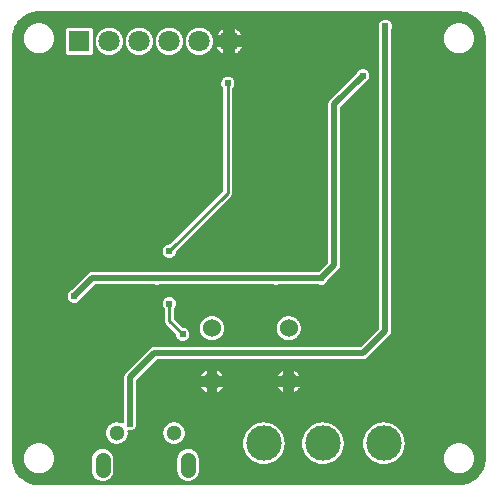
<source format=gbl>
G04 Layer: BottomLayer*
G04 EasyEDA v6.3.22, 2020-01-22T21:57:18+01:00*
G04 bd40d7d6537d4de99fa6425ab58450c0,9eabfb72a9474bef872f988307f0334b,10*
G04 Gerber Generator version 0.2*
G04 Scale: 100 percent, Rotated: No, Reflected: No *
G04 Dimensions in inches *
G04 leading zeros omitted , absolute positions ,2 integer and 4 decimal *
%FSLAX24Y24*%
%MOIN*%
G90*
G70D02*

%ADD10C,0.010000*%
%ADD11C,0.020000*%
%ADD13C,0.024000*%
%ADD24C,0.070866*%
%ADD25R,0.070866X0.070866*%
%ADD26C,0.118110*%
%ADD27C,0.051181*%
%ADD28C,0.060000*%

%LPD*%
G36*
G01X15004Y15899D02*
G01X986Y15899D01*
G01X959Y15898D01*
G01X905Y15894D01*
G01X878Y15891D01*
G01X852Y15886D01*
G01X825Y15882D01*
G01X773Y15870D01*
G01X747Y15863D01*
G01X721Y15855D01*
G01X696Y15846D01*
G01X646Y15826D01*
G01X621Y15815D01*
G01X597Y15804D01*
G01X573Y15791D01*
G01X550Y15778D01*
G01X504Y15750D01*
G01X482Y15735D01*
G01X460Y15719D01*
G01X418Y15685D01*
G01X398Y15668D01*
G01X378Y15649D01*
G01X340Y15611D01*
G01X322Y15591D01*
G01X288Y15549D01*
G01X272Y15528D01*
G01X257Y15506D01*
G01X242Y15483D01*
G01X228Y15461D01*
G01X214Y15437D01*
G01X202Y15414D01*
G01X189Y15390D01*
G01X178Y15365D01*
G01X158Y15315D01*
G01X140Y15265D01*
G01X126Y15213D01*
G01X120Y15186D01*
G01X115Y15160D01*
G01X111Y15134D01*
G01X107Y15107D01*
G01X104Y15080D01*
G01X102Y15053D01*
G01X101Y15026D01*
G01X101Y960D01*
G01X105Y906D01*
G01X109Y880D01*
G01X112Y853D01*
G01X117Y827D01*
G01X129Y775D01*
G01X136Y749D01*
G01X144Y723D01*
G01X162Y673D01*
G01X172Y648D01*
G01X183Y623D01*
G01X207Y575D01*
G01X220Y552D01*
G01X248Y506D01*
G01X263Y484D01*
G01X279Y462D01*
G01X295Y441D01*
G01X312Y420D01*
G01X348Y380D01*
G01X386Y342D01*
G01X406Y324D01*
G01X426Y307D01*
G01X447Y290D01*
G01X491Y258D01*
G01X513Y244D01*
G01X536Y229D01*
G01X582Y203D01*
G01X606Y191D01*
G01X631Y180D01*
G01X655Y169D01*
G01X680Y159D01*
G01X705Y150D01*
G01X757Y134D01*
G01X783Y127D01*
G01X809Y121D01*
G01X861Y111D01*
G01X888Y107D01*
G01X915Y105D01*
G01X941Y102D01*
G01X968Y101D01*
G01X15041Y101D01*
G01X15068Y103D01*
G01X15122Y109D01*
G01X15149Y113D01*
G01X15175Y118D01*
G01X15202Y124D01*
G01X15228Y130D01*
G01X15254Y137D01*
G01X15280Y145D01*
G01X15306Y154D01*
G01X15356Y174D01*
G01X15381Y185D01*
G01X15406Y197D01*
G01X15430Y210D01*
G01X15453Y223D01*
G01X15476Y237D01*
G01X15499Y252D01*
G01X15522Y268D01*
G01X15543Y284D01*
G01X15565Y300D01*
G01X15586Y318D01*
G01X15626Y354D01*
G01X15645Y374D01*
G01X15664Y393D01*
G01X15682Y414D01*
G01X15716Y456D01*
G01X15732Y478D01*
G01X15747Y500D01*
G01X15762Y523D01*
G01X15776Y546D01*
G01X15802Y594D01*
G01X15814Y618D01*
G01X15825Y643D01*
G01X15845Y693D01*
G01X15854Y719D01*
G01X15862Y745D01*
G01X15869Y771D01*
G01X15876Y798D01*
G01X15881Y824D01*
G01X15886Y851D01*
G01X15894Y905D01*
G01X15898Y959D01*
G01X15899Y986D01*
G01X15899Y15014D01*
G01X15898Y15041D01*
G01X15894Y15095D01*
G01X15886Y15149D01*
G01X15881Y15176D01*
G01X15869Y15230D01*
G01X15853Y15282D01*
G01X15844Y15308D01*
G01X15834Y15333D01*
G01X15824Y15359D01*
G01X15813Y15383D01*
G01X15801Y15408D01*
G01X15788Y15432D01*
G01X15774Y15456D01*
G01X15760Y15479D01*
G01X15745Y15502D01*
G01X15730Y15524D01*
G01X15696Y15568D01*
G01X15679Y15589D01*
G01X15661Y15609D01*
G01X15642Y15629D01*
G01X15602Y15667D01*
G01X15582Y15685D01*
G01X15561Y15702D01*
G01X15539Y15719D01*
G01X15517Y15735D01*
G01X15471Y15765D01*
G01X15448Y15779D01*
G01X15400Y15805D01*
G01X15375Y15817D01*
G01X15350Y15828D01*
G01X15325Y15838D01*
G01X15273Y15856D01*
G01X15247Y15864D01*
G01X15221Y15871D01*
G01X15167Y15883D01*
G01X15140Y15888D01*
G01X15113Y15891D01*
G01X15086Y15895D01*
G01X15059Y15897D01*
G01X15032Y15898D01*
G01X15004Y15899D01*
G37*

%LPC*%
G36*
G01X3142Y1310D02*
G01X3108Y1310D01*
G01X3091Y1309D01*
G01X3074Y1307D01*
G01X3057Y1304D01*
G01X3040Y1300D01*
G01X3024Y1296D01*
G01X3008Y1291D01*
G01X2992Y1285D01*
G01X2976Y1278D01*
G01X2961Y1271D01*
G01X2946Y1263D01*
G01X2932Y1254D01*
G01X2904Y1234D01*
G01X2878Y1212D01*
G01X2866Y1200D01*
G01X2844Y1174D01*
G01X2834Y1161D01*
G01X2824Y1146D01*
G01X2816Y1132D01*
G01X2807Y1117D01*
G01X2800Y1102D01*
G01X2793Y1086D01*
G01X2787Y1070D01*
G01X2782Y1054D01*
G01X2778Y1038D01*
G01X2774Y1021D01*
G01X2771Y1004D01*
G01X2769Y987D01*
G01X2768Y970D01*
G01X2768Y583D01*
G01X2769Y566D01*
G01X2771Y549D01*
G01X2774Y532D01*
G01X2778Y515D01*
G01X2782Y499D01*
G01X2787Y483D01*
G01X2793Y467D01*
G01X2800Y451D01*
G01X2807Y436D01*
G01X2816Y421D01*
G01X2824Y407D01*
G01X2834Y392D01*
G01X2844Y379D01*
G01X2866Y353D01*
G01X2878Y341D01*
G01X2904Y319D01*
G01X2932Y299D01*
G01X2946Y290D01*
G01X2961Y282D01*
G01X2976Y275D01*
G01X2992Y268D01*
G01X3008Y262D01*
G01X3024Y257D01*
G01X3040Y253D01*
G01X3057Y249D01*
G01X3074Y246D01*
G01X3091Y244D01*
G01X3108Y243D01*
G01X3142Y243D01*
G01X3159Y244D01*
G01X3175Y246D01*
G01X3192Y249D01*
G01X3209Y253D01*
G01X3225Y257D01*
G01X3241Y262D01*
G01X3257Y268D01*
G01X3273Y275D01*
G01X3288Y282D01*
G01X3303Y290D01*
G01X3318Y299D01*
G01X3332Y309D01*
G01X3345Y319D01*
G01X3371Y341D01*
G01X3383Y353D01*
G01X3405Y379D01*
G01X3415Y392D01*
G01X3425Y407D01*
G01X3434Y421D01*
G01X3442Y436D01*
G01X3449Y451D01*
G01X3456Y467D01*
G01X3462Y483D01*
G01X3467Y499D01*
G01X3471Y515D01*
G01X3475Y532D01*
G01X3478Y549D01*
G01X3480Y566D01*
G01X3482Y600D01*
G01X3482Y953D01*
G01X3480Y987D01*
G01X3478Y1004D01*
G01X3475Y1021D01*
G01X3471Y1038D01*
G01X3467Y1054D01*
G01X3462Y1070D01*
G01X3456Y1086D01*
G01X3449Y1102D01*
G01X3442Y1117D01*
G01X3434Y1132D01*
G01X3425Y1146D01*
G01X3415Y1161D01*
G01X3405Y1174D01*
G01X3383Y1200D01*
G01X3371Y1212D01*
G01X3345Y1234D01*
G01X3332Y1244D01*
G01X3318Y1254D01*
G01X3303Y1263D01*
G01X3288Y1271D01*
G01X3273Y1278D01*
G01X3257Y1285D01*
G01X3241Y1291D01*
G01X3225Y1296D01*
G01X3209Y1300D01*
G01X3192Y1304D01*
G01X3175Y1307D01*
G01X3159Y1309D01*
G01X3142Y1310D01*
G37*
G36*
G01X5992Y1310D02*
G01X5958Y1310D01*
G01X5941Y1309D01*
G01X5924Y1307D01*
G01X5907Y1304D01*
G01X5890Y1300D01*
G01X5874Y1296D01*
G01X5858Y1291D01*
G01X5842Y1285D01*
G01X5826Y1278D01*
G01X5811Y1271D01*
G01X5796Y1263D01*
G01X5782Y1254D01*
G01X5754Y1234D01*
G01X5728Y1212D01*
G01X5716Y1200D01*
G01X5694Y1174D01*
G01X5684Y1161D01*
G01X5674Y1146D01*
G01X5666Y1132D01*
G01X5657Y1117D01*
G01X5650Y1102D01*
G01X5643Y1086D01*
G01X5637Y1070D01*
G01X5632Y1054D01*
G01X5628Y1038D01*
G01X5624Y1021D01*
G01X5621Y1004D01*
G01X5619Y987D01*
G01X5618Y970D01*
G01X5618Y583D01*
G01X5619Y566D01*
G01X5621Y549D01*
G01X5624Y532D01*
G01X5628Y515D01*
G01X5632Y499D01*
G01X5637Y483D01*
G01X5643Y467D01*
G01X5650Y451D01*
G01X5657Y436D01*
G01X5666Y421D01*
G01X5674Y407D01*
G01X5684Y392D01*
G01X5694Y379D01*
G01X5716Y353D01*
G01X5728Y341D01*
G01X5754Y319D01*
G01X5782Y299D01*
G01X5796Y290D01*
G01X5811Y282D01*
G01X5826Y275D01*
G01X5842Y268D01*
G01X5858Y262D01*
G01X5874Y257D01*
G01X5890Y253D01*
G01X5907Y249D01*
G01X5924Y246D01*
G01X5941Y244D01*
G01X5958Y243D01*
G01X5992Y243D01*
G01X6009Y244D01*
G01X6025Y246D01*
G01X6042Y249D01*
G01X6059Y253D01*
G01X6075Y257D01*
G01X6091Y262D01*
G01X6107Y268D01*
G01X6123Y275D01*
G01X6138Y282D01*
G01X6153Y290D01*
G01X6168Y299D01*
G01X6182Y309D01*
G01X6195Y319D01*
G01X6221Y341D01*
G01X6233Y353D01*
G01X6255Y379D01*
G01X6265Y392D01*
G01X6275Y407D01*
G01X6284Y421D01*
G01X6292Y436D01*
G01X6299Y451D01*
G01X6306Y467D01*
G01X6312Y483D01*
G01X6317Y499D01*
G01X6321Y515D01*
G01X6325Y532D01*
G01X6328Y549D01*
G01X6330Y566D01*
G01X6332Y600D01*
G01X6332Y953D01*
G01X6330Y987D01*
G01X6328Y1004D01*
G01X6325Y1021D01*
G01X6321Y1038D01*
G01X6317Y1054D01*
G01X6312Y1070D01*
G01X6306Y1086D01*
G01X6299Y1102D01*
G01X6292Y1117D01*
G01X6284Y1132D01*
G01X6275Y1146D01*
G01X6265Y1161D01*
G01X6255Y1174D01*
G01X6233Y1200D01*
G01X6221Y1212D01*
G01X6195Y1234D01*
G01X6182Y1244D01*
G01X6168Y1254D01*
G01X6153Y1263D01*
G01X6138Y1271D01*
G01X6123Y1278D01*
G01X6107Y1285D01*
G01X6091Y1291D01*
G01X6075Y1296D01*
G01X6059Y1300D01*
G01X6042Y1304D01*
G01X6025Y1307D01*
G01X6009Y1309D01*
G01X5992Y1310D01*
G37*
G36*
G01X1040Y1499D02*
G01X1000Y1501D01*
G01X979Y1500D01*
G01X959Y1499D01*
G01X939Y1497D01*
G01X919Y1494D01*
G01X899Y1490D01*
G01X880Y1486D01*
G01X860Y1481D01*
G01X841Y1475D01*
G01X803Y1461D01*
G01X767Y1443D01*
G01X749Y1433D01*
G01X732Y1423D01*
G01X715Y1412D01*
G01X683Y1388D01*
G01X667Y1375D01*
G01X653Y1361D01*
G01X638Y1347D01*
G01X625Y1332D01*
G01X612Y1316D01*
G01X599Y1301D01*
G01X587Y1284D01*
G01X576Y1267D01*
G01X566Y1250D01*
G01X556Y1232D01*
G01X547Y1214D01*
G01X539Y1196D01*
G01X531Y1177D01*
G01X524Y1158D01*
G01X518Y1139D01*
G01X513Y1119D01*
G01X509Y1100D01*
G01X505Y1080D01*
G01X502Y1060D01*
G01X500Y1040D01*
G01X499Y1020D01*
G01X499Y979D01*
G01X500Y959D01*
G01X502Y939D01*
G01X505Y919D01*
G01X509Y899D01*
G01X513Y880D01*
G01X518Y860D01*
G01X524Y841D01*
G01X531Y822D01*
G01X539Y803D01*
G01X547Y785D01*
G01X556Y767D01*
G01X566Y749D01*
G01X576Y732D01*
G01X587Y715D01*
G01X599Y699D01*
G01X625Y667D01*
G01X638Y653D01*
G01X653Y638D01*
G01X667Y625D01*
G01X699Y599D01*
G01X715Y587D01*
G01X732Y576D01*
G01X749Y566D01*
G01X767Y556D01*
G01X785Y547D01*
G01X803Y539D01*
G01X822Y531D01*
G01X841Y524D01*
G01X860Y518D01*
G01X880Y513D01*
G01X899Y509D01*
G01X919Y505D01*
G01X939Y502D01*
G01X959Y500D01*
G01X979Y499D01*
G01X1020Y499D01*
G01X1040Y500D01*
G01X1060Y502D01*
G01X1080Y505D01*
G01X1100Y509D01*
G01X1119Y513D01*
G01X1139Y518D01*
G01X1158Y524D01*
G01X1177Y531D01*
G01X1196Y539D01*
G01X1214Y547D01*
G01X1232Y556D01*
G01X1250Y566D01*
G01X1267Y576D01*
G01X1284Y587D01*
G01X1301Y599D01*
G01X1316Y612D01*
G01X1332Y625D01*
G01X1347Y638D01*
G01X1361Y653D01*
G01X1375Y667D01*
G01X1388Y683D01*
G01X1412Y715D01*
G01X1423Y732D01*
G01X1433Y749D01*
G01X1443Y767D01*
G01X1461Y803D01*
G01X1475Y841D01*
G01X1481Y860D01*
G01X1486Y880D01*
G01X1490Y899D01*
G01X1494Y919D01*
G01X1497Y939D01*
G01X1499Y959D01*
G01X1500Y979D01*
G01X1501Y1000D01*
G01X1499Y1040D01*
G01X1497Y1060D01*
G01X1494Y1080D01*
G01X1490Y1100D01*
G01X1486Y1119D01*
G01X1481Y1139D01*
G01X1475Y1158D01*
G01X1461Y1196D01*
G01X1443Y1232D01*
G01X1433Y1250D01*
G01X1423Y1267D01*
G01X1412Y1284D01*
G01X1400Y1301D01*
G01X1388Y1316D01*
G01X1375Y1332D01*
G01X1361Y1347D01*
G01X1347Y1361D01*
G01X1332Y1375D01*
G01X1316Y1388D01*
G01X1301Y1400D01*
G01X1284Y1412D01*
G01X1267Y1423D01*
G01X1250Y1433D01*
G01X1232Y1443D01*
G01X1196Y1461D01*
G01X1158Y1475D01*
G01X1139Y1481D01*
G01X1119Y1486D01*
G01X1100Y1490D01*
G01X1080Y1494D01*
G01X1060Y1497D01*
G01X1040Y1499D01*
G37*
G36*
G01X15040Y1499D02*
G01X15000Y1501D01*
G01X14979Y1500D01*
G01X14959Y1499D01*
G01X14939Y1497D01*
G01X14919Y1494D01*
G01X14899Y1490D01*
G01X14880Y1486D01*
G01X14860Y1481D01*
G01X14841Y1475D01*
G01X14803Y1461D01*
G01X14767Y1443D01*
G01X14749Y1433D01*
G01X14732Y1423D01*
G01X14715Y1412D01*
G01X14683Y1388D01*
G01X14667Y1375D01*
G01X14653Y1361D01*
G01X14638Y1347D01*
G01X14625Y1332D01*
G01X14612Y1316D01*
G01X14599Y1301D01*
G01X14587Y1284D01*
G01X14576Y1267D01*
G01X14566Y1250D01*
G01X14556Y1232D01*
G01X14547Y1214D01*
G01X14539Y1196D01*
G01X14531Y1177D01*
G01X14524Y1158D01*
G01X14518Y1139D01*
G01X14513Y1119D01*
G01X14509Y1100D01*
G01X14505Y1080D01*
G01X14502Y1060D01*
G01X14500Y1040D01*
G01X14499Y1020D01*
G01X14499Y979D01*
G01X14500Y959D01*
G01X14502Y939D01*
G01X14505Y919D01*
G01X14509Y899D01*
G01X14513Y880D01*
G01X14518Y860D01*
G01X14524Y841D01*
G01X14531Y822D01*
G01X14539Y803D01*
G01X14547Y785D01*
G01X14556Y767D01*
G01X14566Y749D01*
G01X14576Y732D01*
G01X14587Y715D01*
G01X14599Y699D01*
G01X14625Y667D01*
G01X14638Y653D01*
G01X14653Y638D01*
G01X14667Y625D01*
G01X14699Y599D01*
G01X14715Y587D01*
G01X14732Y576D01*
G01X14749Y566D01*
G01X14767Y556D01*
G01X14785Y547D01*
G01X14803Y539D01*
G01X14822Y531D01*
G01X14841Y524D01*
G01X14860Y518D01*
G01X14880Y513D01*
G01X14899Y509D01*
G01X14919Y505D01*
G01X14939Y502D01*
G01X14959Y500D01*
G01X14979Y499D01*
G01X15020Y499D01*
G01X15040Y500D01*
G01X15060Y502D01*
G01X15080Y505D01*
G01X15100Y509D01*
G01X15119Y513D01*
G01X15139Y518D01*
G01X15158Y524D01*
G01X15177Y531D01*
G01X15196Y539D01*
G01X15214Y547D01*
G01X15232Y556D01*
G01X15250Y566D01*
G01X15267Y576D01*
G01X15284Y587D01*
G01X15301Y599D01*
G01X15316Y612D01*
G01X15332Y625D01*
G01X15347Y638D01*
G01X15361Y653D01*
G01X15375Y667D01*
G01X15388Y683D01*
G01X15412Y715D01*
G01X15423Y732D01*
G01X15433Y749D01*
G01X15443Y767D01*
G01X15461Y803D01*
G01X15475Y841D01*
G01X15481Y860D01*
G01X15486Y880D01*
G01X15490Y899D01*
G01X15494Y919D01*
G01X15497Y939D01*
G01X15499Y959D01*
G01X15500Y979D01*
G01X15501Y1000D01*
G01X15499Y1040D01*
G01X15497Y1060D01*
G01X15494Y1080D01*
G01X15490Y1100D01*
G01X15486Y1119D01*
G01X15481Y1139D01*
G01X15475Y1158D01*
G01X15461Y1196D01*
G01X15443Y1232D01*
G01X15433Y1250D01*
G01X15423Y1267D01*
G01X15412Y1284D01*
G01X15400Y1301D01*
G01X15388Y1316D01*
G01X15375Y1332D01*
G01X15361Y1347D01*
G01X15347Y1361D01*
G01X15332Y1375D01*
G01X15316Y1388D01*
G01X15301Y1400D01*
G01X15284Y1412D01*
G01X15267Y1423D01*
G01X15250Y1433D01*
G01X15232Y1443D01*
G01X15196Y1461D01*
G01X15158Y1475D01*
G01X15139Y1481D01*
G01X15119Y1486D01*
G01X15100Y1490D01*
G01X15080Y1494D01*
G01X15060Y1497D01*
G01X15040Y1499D01*
G37*
G36*
G01X10491Y2191D02*
G01X10444Y2191D01*
G01X10420Y2190D01*
G01X10397Y2188D01*
G01X10373Y2185D01*
G01X10327Y2177D01*
G01X10304Y2171D01*
G01X10281Y2166D01*
G01X10258Y2159D01*
G01X10214Y2143D01*
G01X10192Y2134D01*
G01X10171Y2124D01*
G01X10149Y2114D01*
G01X10129Y2102D01*
G01X10108Y2090D01*
G01X10088Y2078D01*
G01X10069Y2065D01*
G01X10050Y2051D01*
G01X10031Y2036D01*
G01X10013Y2021D01*
G01X9979Y1989D01*
G01X9962Y1972D01*
G01X9946Y1954D01*
G01X9931Y1936D01*
G01X9889Y1879D01*
G01X9865Y1839D01*
G01X9843Y1797D01*
G01X9833Y1775D01*
G01X9824Y1753D01*
G01X9808Y1709D01*
G01X9796Y1663D01*
G01X9786Y1617D01*
G01X9782Y1594D01*
G01X9780Y1570D01*
G01X9778Y1547D01*
G01X9776Y1523D01*
G01X9776Y1476D01*
G01X9778Y1452D01*
G01X9780Y1429D01*
G01X9782Y1405D01*
G01X9786Y1382D01*
G01X9796Y1336D01*
G01X9808Y1290D01*
G01X9824Y1246D01*
G01X9833Y1224D01*
G01X9843Y1203D01*
G01X9854Y1181D01*
G01X9865Y1161D01*
G01X9877Y1140D01*
G01X9889Y1120D01*
G01X9931Y1063D01*
G01X9946Y1045D01*
G01X9962Y1028D01*
G01X9996Y994D01*
G01X10013Y978D01*
G01X10031Y963D01*
G01X10088Y921D01*
G01X10108Y909D01*
G01X10129Y897D01*
G01X10149Y886D01*
G01X10171Y875D01*
G01X10192Y865D01*
G01X10214Y856D01*
G01X10258Y840D01*
G01X10304Y828D01*
G01X10350Y818D01*
G01X10373Y814D01*
G01X10397Y812D01*
G01X10420Y810D01*
G01X10444Y808D01*
G01X10491Y808D01*
G01X10515Y810D01*
G01X10538Y812D01*
G01X10562Y814D01*
G01X10585Y818D01*
G01X10631Y828D01*
G01X10677Y840D01*
G01X10721Y856D01*
G01X10743Y865D01*
G01X10765Y875D01*
G01X10807Y897D01*
G01X10847Y921D01*
G01X10904Y963D01*
G01X10922Y978D01*
G01X10940Y994D01*
G01X10957Y1011D01*
G01X10989Y1045D01*
G01X11004Y1063D01*
G01X11019Y1082D01*
G01X11033Y1101D01*
G01X11046Y1120D01*
G01X11058Y1140D01*
G01X11070Y1161D01*
G01X11082Y1181D01*
G01X11092Y1203D01*
G01X11102Y1224D01*
G01X11111Y1246D01*
G01X11127Y1290D01*
G01X11134Y1313D01*
G01X11139Y1336D01*
G01X11145Y1359D01*
G01X11153Y1405D01*
G01X11156Y1429D01*
G01X11158Y1452D01*
G01X11159Y1476D01*
G01X11159Y1523D01*
G01X11158Y1547D01*
G01X11156Y1570D01*
G01X11153Y1594D01*
G01X11145Y1640D01*
G01X11139Y1663D01*
G01X11134Y1686D01*
G01X11127Y1709D01*
G01X11111Y1753D01*
G01X11102Y1775D01*
G01X11092Y1797D01*
G01X11082Y1818D01*
G01X11070Y1839D01*
G01X11046Y1879D01*
G01X11033Y1898D01*
G01X11019Y1917D01*
G01X11004Y1936D01*
G01X10989Y1954D01*
G01X10973Y1972D01*
G01X10957Y1989D01*
G01X10940Y2005D01*
G01X10922Y2021D01*
G01X10904Y2036D01*
G01X10885Y2051D01*
G01X10866Y2065D01*
G01X10847Y2078D01*
G01X10807Y2102D01*
G01X10786Y2114D01*
G01X10765Y2124D01*
G01X10743Y2134D01*
G01X10721Y2143D01*
G01X10677Y2159D01*
G01X10654Y2166D01*
G01X10631Y2171D01*
G01X10608Y2177D01*
G01X10562Y2185D01*
G01X10538Y2188D01*
G01X10515Y2190D01*
G01X10491Y2191D01*
G37*
G36*
G01X12523Y2191D02*
G01X12476Y2191D01*
G01X12452Y2190D01*
G01X12429Y2188D01*
G01X12405Y2185D01*
G01X12359Y2177D01*
G01X12336Y2171D01*
G01X12313Y2166D01*
G01X12290Y2159D01*
G01X12246Y2143D01*
G01X12224Y2134D01*
G01X12203Y2124D01*
G01X12181Y2114D01*
G01X12161Y2102D01*
G01X12140Y2090D01*
G01X12120Y2078D01*
G01X12101Y2065D01*
G01X12082Y2051D01*
G01X12063Y2036D01*
G01X12045Y2021D01*
G01X12011Y1989D01*
G01X11994Y1972D01*
G01X11978Y1954D01*
G01X11963Y1936D01*
G01X11921Y1879D01*
G01X11897Y1839D01*
G01X11875Y1797D01*
G01X11865Y1775D01*
G01X11856Y1753D01*
G01X11840Y1709D01*
G01X11828Y1663D01*
G01X11818Y1617D01*
G01X11814Y1594D01*
G01X11812Y1570D01*
G01X11810Y1547D01*
G01X11808Y1523D01*
G01X11808Y1476D01*
G01X11810Y1452D01*
G01X11812Y1429D01*
G01X11814Y1405D01*
G01X11818Y1382D01*
G01X11828Y1336D01*
G01X11840Y1290D01*
G01X11856Y1246D01*
G01X11865Y1224D01*
G01X11875Y1203D01*
G01X11886Y1181D01*
G01X11897Y1161D01*
G01X11909Y1140D01*
G01X11921Y1120D01*
G01X11963Y1063D01*
G01X11978Y1045D01*
G01X11994Y1028D01*
G01X12028Y994D01*
G01X12045Y978D01*
G01X12063Y963D01*
G01X12120Y921D01*
G01X12140Y909D01*
G01X12161Y897D01*
G01X12181Y886D01*
G01X12203Y875D01*
G01X12224Y865D01*
G01X12246Y856D01*
G01X12290Y840D01*
G01X12336Y828D01*
G01X12382Y818D01*
G01X12405Y814D01*
G01X12429Y812D01*
G01X12452Y810D01*
G01X12476Y808D01*
G01X12523Y808D01*
G01X12547Y810D01*
G01X12570Y812D01*
G01X12594Y814D01*
G01X12617Y818D01*
G01X12663Y828D01*
G01X12709Y840D01*
G01X12753Y856D01*
G01X12775Y865D01*
G01X12797Y875D01*
G01X12839Y897D01*
G01X12879Y921D01*
G01X12936Y963D01*
G01X12954Y978D01*
G01X12972Y994D01*
G01X12989Y1011D01*
G01X13021Y1045D01*
G01X13036Y1063D01*
G01X13051Y1082D01*
G01X13065Y1101D01*
G01X13078Y1120D01*
G01X13090Y1140D01*
G01X13102Y1161D01*
G01X13114Y1181D01*
G01X13124Y1203D01*
G01X13134Y1224D01*
G01X13143Y1246D01*
G01X13159Y1290D01*
G01X13166Y1313D01*
G01X13171Y1336D01*
G01X13177Y1359D01*
G01X13185Y1405D01*
G01X13188Y1429D01*
G01X13190Y1452D01*
G01X13191Y1476D01*
G01X13191Y1523D01*
G01X13190Y1547D01*
G01X13188Y1570D01*
G01X13185Y1594D01*
G01X13177Y1640D01*
G01X13171Y1663D01*
G01X13166Y1686D01*
G01X13159Y1709D01*
G01X13143Y1753D01*
G01X13134Y1775D01*
G01X13124Y1797D01*
G01X13114Y1818D01*
G01X13102Y1839D01*
G01X13078Y1879D01*
G01X13065Y1898D01*
G01X13051Y1917D01*
G01X13036Y1936D01*
G01X13021Y1954D01*
G01X13005Y1972D01*
G01X12989Y1989D01*
G01X12972Y2005D01*
G01X12954Y2021D01*
G01X12936Y2036D01*
G01X12917Y2051D01*
G01X12898Y2065D01*
G01X12879Y2078D01*
G01X12839Y2102D01*
G01X12818Y2114D01*
G01X12797Y2124D01*
G01X12775Y2134D01*
G01X12753Y2143D01*
G01X12709Y2159D01*
G01X12686Y2166D01*
G01X12663Y2171D01*
G01X12640Y2177D01*
G01X12594Y2185D01*
G01X12570Y2188D01*
G01X12547Y2190D01*
G01X12523Y2191D01*
G37*
G36*
G01X8523Y2191D02*
G01X8476Y2191D01*
G01X8452Y2190D01*
G01X8429Y2188D01*
G01X8405Y2185D01*
G01X8359Y2177D01*
G01X8336Y2171D01*
G01X8313Y2166D01*
G01X8290Y2159D01*
G01X8246Y2143D01*
G01X8224Y2134D01*
G01X8203Y2124D01*
G01X8181Y2114D01*
G01X8161Y2102D01*
G01X8140Y2090D01*
G01X8120Y2078D01*
G01X8101Y2065D01*
G01X8082Y2051D01*
G01X8063Y2036D01*
G01X8045Y2021D01*
G01X8011Y1989D01*
G01X7994Y1972D01*
G01X7978Y1954D01*
G01X7963Y1936D01*
G01X7921Y1879D01*
G01X7897Y1839D01*
G01X7875Y1797D01*
G01X7865Y1775D01*
G01X7856Y1753D01*
G01X7840Y1709D01*
G01X7828Y1663D01*
G01X7818Y1617D01*
G01X7814Y1594D01*
G01X7812Y1570D01*
G01X7810Y1547D01*
G01X7808Y1523D01*
G01X7808Y1476D01*
G01X7810Y1452D01*
G01X7812Y1429D01*
G01X7814Y1405D01*
G01X7818Y1382D01*
G01X7828Y1336D01*
G01X7840Y1290D01*
G01X7856Y1246D01*
G01X7865Y1224D01*
G01X7875Y1203D01*
G01X7886Y1181D01*
G01X7897Y1161D01*
G01X7909Y1140D01*
G01X7921Y1120D01*
G01X7963Y1063D01*
G01X7978Y1045D01*
G01X7994Y1028D01*
G01X8028Y994D01*
G01X8045Y978D01*
G01X8063Y963D01*
G01X8120Y921D01*
G01X8140Y909D01*
G01X8161Y897D01*
G01X8181Y886D01*
G01X8203Y875D01*
G01X8224Y865D01*
G01X8246Y856D01*
G01X8290Y840D01*
G01X8336Y828D01*
G01X8382Y818D01*
G01X8405Y814D01*
G01X8429Y812D01*
G01X8452Y810D01*
G01X8476Y808D01*
G01X8523Y808D01*
G01X8547Y810D01*
G01X8570Y812D01*
G01X8594Y814D01*
G01X8617Y818D01*
G01X8663Y828D01*
G01X8709Y840D01*
G01X8753Y856D01*
G01X8775Y865D01*
G01X8797Y875D01*
G01X8839Y897D01*
G01X8879Y921D01*
G01X8936Y963D01*
G01X8954Y978D01*
G01X8972Y994D01*
G01X8989Y1011D01*
G01X9021Y1045D01*
G01X9036Y1063D01*
G01X9051Y1082D01*
G01X9065Y1101D01*
G01X9078Y1120D01*
G01X9090Y1140D01*
G01X9102Y1161D01*
G01X9114Y1181D01*
G01X9124Y1203D01*
G01X9134Y1224D01*
G01X9143Y1246D01*
G01X9159Y1290D01*
G01X9166Y1313D01*
G01X9171Y1336D01*
G01X9177Y1359D01*
G01X9185Y1405D01*
G01X9188Y1429D01*
G01X9190Y1452D01*
G01X9191Y1476D01*
G01X9191Y1523D01*
G01X9190Y1547D01*
G01X9188Y1570D01*
G01X9185Y1594D01*
G01X9177Y1640D01*
G01X9171Y1663D01*
G01X9166Y1686D01*
G01X9159Y1709D01*
G01X9143Y1753D01*
G01X9134Y1775D01*
G01X9124Y1797D01*
G01X9114Y1818D01*
G01X9102Y1839D01*
G01X9078Y1879D01*
G01X9065Y1898D01*
G01X9051Y1917D01*
G01X9036Y1936D01*
G01X9021Y1954D01*
G01X9005Y1972D01*
G01X8989Y1989D01*
G01X8972Y2005D01*
G01X8954Y2021D01*
G01X8936Y2036D01*
G01X8917Y2051D01*
G01X8898Y2065D01*
G01X8879Y2078D01*
G01X8839Y2102D01*
G01X8818Y2114D01*
G01X8797Y2124D01*
G01X8775Y2134D01*
G01X8753Y2143D01*
G01X8709Y2159D01*
G01X8686Y2166D01*
G01X8663Y2171D01*
G01X8640Y2177D01*
G01X8594Y2185D01*
G01X8570Y2188D01*
G01X8547Y2190D01*
G01X8523Y2191D01*
G37*
G36*
G01X5524Y2196D02*
G01X5490Y2196D01*
G01X5473Y2195D01*
G01X5456Y2193D01*
G01X5439Y2190D01*
G01X5422Y2186D01*
G01X5406Y2182D01*
G01X5390Y2177D01*
G01X5374Y2171D01*
G01X5358Y2164D01*
G01X5343Y2157D01*
G01X5328Y2149D01*
G01X5314Y2140D01*
G01X5286Y2120D01*
G01X5260Y2098D01*
G01X5248Y2086D01*
G01X5226Y2060D01*
G01X5216Y2047D01*
G01X5206Y2032D01*
G01X5198Y2018D01*
G01X5189Y2003D01*
G01X5182Y1988D01*
G01X5175Y1972D01*
G01X5169Y1956D01*
G01X5164Y1940D01*
G01X5160Y1924D01*
G01X5156Y1907D01*
G01X5153Y1890D01*
G01X5151Y1873D01*
G01X5150Y1856D01*
G01X5150Y1823D01*
G01X5151Y1806D01*
G01X5153Y1789D01*
G01X5156Y1772D01*
G01X5160Y1755D01*
G01X5164Y1739D01*
G01X5169Y1723D01*
G01X5175Y1707D01*
G01X5182Y1691D01*
G01X5189Y1676D01*
G01X5198Y1661D01*
G01X5206Y1647D01*
G01X5216Y1632D01*
G01X5226Y1619D01*
G01X5248Y1593D01*
G01X5260Y1581D01*
G01X5286Y1559D01*
G01X5314Y1539D01*
G01X5328Y1530D01*
G01X5343Y1522D01*
G01X5358Y1515D01*
G01X5374Y1508D01*
G01X5390Y1502D01*
G01X5406Y1497D01*
G01X5422Y1493D01*
G01X5439Y1489D01*
G01X5456Y1486D01*
G01X5473Y1484D01*
G01X5490Y1483D01*
G01X5524Y1483D01*
G01X5541Y1484D01*
G01X5557Y1486D01*
G01X5574Y1489D01*
G01X5591Y1493D01*
G01X5607Y1497D01*
G01X5623Y1502D01*
G01X5639Y1508D01*
G01X5655Y1515D01*
G01X5670Y1522D01*
G01X5685Y1530D01*
G01X5700Y1539D01*
G01X5714Y1549D01*
G01X5727Y1559D01*
G01X5753Y1581D01*
G01X5765Y1593D01*
G01X5787Y1619D01*
G01X5797Y1632D01*
G01X5807Y1647D01*
G01X5816Y1661D01*
G01X5824Y1676D01*
G01X5831Y1691D01*
G01X5838Y1707D01*
G01X5844Y1723D01*
G01X5849Y1739D01*
G01X5853Y1755D01*
G01X5857Y1772D01*
G01X5860Y1789D01*
G01X5862Y1806D01*
G01X5863Y1823D01*
G01X5864Y1839D01*
G01X5862Y1873D01*
G01X5860Y1890D01*
G01X5857Y1907D01*
G01X5853Y1924D01*
G01X5849Y1940D01*
G01X5844Y1956D01*
G01X5838Y1972D01*
G01X5831Y1988D01*
G01X5824Y2003D01*
G01X5816Y2018D01*
G01X5807Y2032D01*
G01X5797Y2047D01*
G01X5787Y2060D01*
G01X5765Y2086D01*
G01X5753Y2098D01*
G01X5727Y2120D01*
G01X5714Y2130D01*
G01X5700Y2140D01*
G01X5685Y2149D01*
G01X5670Y2157D01*
G01X5655Y2164D01*
G01X5639Y2171D01*
G01X5623Y2177D01*
G01X5607Y2182D01*
G01X5591Y2186D01*
G01X5574Y2190D01*
G01X5557Y2193D01*
G01X5541Y2195D01*
G01X5524Y2196D01*
G37*
G36*
G01X12576Y15619D02*
G01X12550Y15621D01*
G01X12536Y15620D01*
G01X12523Y15619D01*
G01X12510Y15617D01*
G01X12484Y15611D01*
G01X12471Y15606D01*
G01X12459Y15601D01*
G01X12435Y15589D01*
G01X12424Y15581D01*
G01X12413Y15574D01*
G01X12393Y15556D01*
G01X12384Y15546D01*
G01X12376Y15536D01*
G01X12360Y15514D01*
G01X12348Y15490D01*
G01X12343Y15478D01*
G01X12335Y15452D01*
G01X12332Y15439D01*
G01X12330Y15426D01*
G01X12329Y15413D01*
G01X12329Y15385D01*
G01X12331Y15371D01*
G01X12333Y15356D01*
G01X12336Y15342D01*
G01X12340Y15328D01*
G01X12346Y15315D01*
G01X12348Y15307D01*
G01X12349Y15299D01*
G01X12349Y5349D01*
G01X12347Y5337D01*
G01X12344Y5331D01*
G01X12341Y5326D01*
G01X12337Y5321D01*
G01X11728Y4712D01*
G01X11723Y4708D01*
G01X11718Y4705D01*
G01X11706Y4701D01*
G01X4850Y4701D01*
G01X4836Y4700D01*
G01X4823Y4699D01*
G01X4810Y4697D01*
G01X4798Y4694D01*
G01X4785Y4690D01*
G01X4761Y4680D01*
G01X4749Y4674D01*
G01X4738Y4667D01*
G01X4727Y4659D01*
G01X4717Y4651D01*
G01X4707Y4642D01*
G01X3907Y3842D01*
G01X3898Y3832D01*
G01X3890Y3822D01*
G01X3882Y3811D01*
G01X3876Y3800D01*
G01X3869Y3788D01*
G01X3864Y3777D01*
G01X3859Y3764D01*
G01X3855Y3752D01*
G01X3852Y3739D01*
G01X3850Y3726D01*
G01X3849Y3713D01*
G01X3849Y2281D01*
G01X3848Y2273D01*
G01X3846Y2267D01*
G01X3843Y2260D01*
G01X3836Y2247D01*
G01X3829Y2232D01*
G01X3824Y2218D01*
G01X3816Y2188D01*
G01X3815Y2182D01*
G01X3812Y2176D01*
G01X3809Y2171D01*
G01X3805Y2166D01*
G01X3800Y2162D01*
G01X3795Y2159D01*
G01X3789Y2157D01*
G01X3777Y2155D01*
G01X3765Y2157D01*
G01X3759Y2159D01*
G01X3743Y2167D01*
G01X3726Y2174D01*
G01X3708Y2180D01*
G01X3691Y2185D01*
G01X3673Y2189D01*
G01X3637Y2195D01*
G01X3619Y2196D01*
G01X3584Y2196D01*
G01X3567Y2195D01*
G01X3550Y2193D01*
G01X3533Y2190D01*
G01X3516Y2186D01*
G01X3500Y2182D01*
G01X3484Y2177D01*
G01X3468Y2171D01*
G01X3452Y2164D01*
G01X3437Y2157D01*
G01X3422Y2149D01*
G01X3408Y2140D01*
G01X3380Y2120D01*
G01X3354Y2098D01*
G01X3342Y2086D01*
G01X3320Y2060D01*
G01X3310Y2047D01*
G01X3300Y2032D01*
G01X3292Y2018D01*
G01X3283Y2003D01*
G01X3276Y1988D01*
G01X3269Y1972D01*
G01X3263Y1956D01*
G01X3258Y1940D01*
G01X3254Y1924D01*
G01X3250Y1907D01*
G01X3247Y1890D01*
G01X3245Y1873D01*
G01X3244Y1856D01*
G01X3244Y1823D01*
G01X3245Y1806D01*
G01X3247Y1789D01*
G01X3250Y1772D01*
G01X3254Y1755D01*
G01X3258Y1739D01*
G01X3263Y1723D01*
G01X3269Y1707D01*
G01X3276Y1691D01*
G01X3283Y1676D01*
G01X3292Y1661D01*
G01X3300Y1647D01*
G01X3310Y1632D01*
G01X3320Y1619D01*
G01X3342Y1593D01*
G01X3354Y1581D01*
G01X3380Y1559D01*
G01X3408Y1539D01*
G01X3422Y1530D01*
G01X3437Y1522D01*
G01X3452Y1515D01*
G01X3468Y1508D01*
G01X3484Y1502D01*
G01X3500Y1497D01*
G01X3516Y1493D01*
G01X3533Y1489D01*
G01X3550Y1486D01*
G01X3567Y1484D01*
G01X3584Y1483D01*
G01X3618Y1483D01*
G01X3635Y1484D01*
G01X3651Y1486D01*
G01X3668Y1489D01*
G01X3685Y1493D01*
G01X3701Y1497D01*
G01X3717Y1502D01*
G01X3733Y1508D01*
G01X3749Y1515D01*
G01X3764Y1522D01*
G01X3779Y1530D01*
G01X3794Y1539D01*
G01X3808Y1549D01*
G01X3821Y1559D01*
G01X3847Y1581D01*
G01X3859Y1593D01*
G01X3881Y1619D01*
G01X3891Y1632D01*
G01X3901Y1647D01*
G01X3910Y1661D01*
G01X3918Y1676D01*
G01X3925Y1691D01*
G01X3932Y1707D01*
G01X3938Y1723D01*
G01X3943Y1739D01*
G01X3947Y1755D01*
G01X3951Y1772D01*
G01X3954Y1789D01*
G01X3956Y1806D01*
G01X3958Y1840D01*
G01X3957Y1862D01*
G01X3955Y1885D01*
G01X3954Y1890D01*
G01X3956Y1902D01*
G01X3958Y1907D01*
G01X3964Y1917D01*
G01X3968Y1921D01*
G01X3978Y1927D01*
G01X3983Y1929D01*
G01X3989Y1930D01*
G01X4000Y1930D01*
G01X4017Y1928D01*
G01X4034Y1927D01*
G01X4060Y1929D01*
G01X4074Y1931D01*
G01X4087Y1934D01*
G01X4099Y1937D01*
G01X4112Y1942D01*
G01X4124Y1947D01*
G01X4148Y1959D01*
G01X4159Y1967D01*
G01X4170Y1974D01*
G01X4190Y1992D01*
G01X4208Y2012D01*
G01X4216Y2023D01*
G01X4223Y2034D01*
G01X4235Y2058D01*
G01X4240Y2070D01*
G01X4245Y2083D01*
G01X4251Y2109D01*
G01X4253Y2122D01*
G01X4255Y2148D01*
G01X4254Y2168D01*
G01X4251Y2187D01*
G01X4251Y3606D01*
G01X4255Y3618D01*
G01X4258Y3623D01*
G01X4262Y3628D01*
G01X4921Y4287D01*
G01X4926Y4291D01*
G01X4931Y4294D01*
G01X4937Y4297D01*
G01X4949Y4299D01*
G01X11813Y4299D01*
G01X11826Y4300D01*
G01X11839Y4302D01*
G01X11852Y4305D01*
G01X11864Y4309D01*
G01X11877Y4314D01*
G01X11888Y4319D01*
G01X11900Y4326D01*
G01X11911Y4332D01*
G01X11922Y4340D01*
G01X11932Y4348D01*
G01X11942Y4357D01*
G01X12692Y5107D01*
G01X12701Y5117D01*
G01X12709Y5127D01*
G01X12717Y5138D01*
G01X12724Y5149D01*
G01X12730Y5161D01*
G01X12740Y5185D01*
G01X12744Y5198D01*
G01X12747Y5210D01*
G01X12749Y5223D01*
G01X12750Y5236D01*
G01X12751Y5250D01*
G01X12751Y15307D01*
G01X12754Y15315D01*
G01X12759Y15328D01*
G01X12763Y15342D01*
G01X12766Y15356D01*
G01X12769Y15371D01*
G01X12770Y15385D01*
G01X12771Y15400D01*
G01X12769Y15426D01*
G01X12767Y15439D01*
G01X12761Y15465D01*
G01X12756Y15478D01*
G01X12751Y15490D01*
G01X12739Y15514D01*
G01X12731Y15525D01*
G01X12724Y15536D01*
G01X12706Y15556D01*
G01X12686Y15574D01*
G01X12675Y15581D01*
G01X12664Y15589D01*
G01X12640Y15601D01*
G01X12628Y15606D01*
G01X12615Y15611D01*
G01X12589Y15617D01*
G01X12576Y15619D01*
G37*
G36*
G01X9154Y3389D02*
G01X8968Y3389D01*
G01X8977Y3372D01*
G01X8987Y3355D01*
G01X8997Y3339D01*
G01X9008Y3324D01*
G01X9032Y3294D01*
G01X9059Y3267D01*
G01X9089Y3243D01*
G01X9104Y3232D01*
G01X9121Y3221D01*
G01X9137Y3212D01*
G01X9154Y3203D01*
G01X9154Y3389D01*
G37*
G36*
G01X9690Y3389D02*
G01X9504Y3389D01*
G01X9504Y3203D01*
G01X9538Y3221D01*
G01X9554Y3232D01*
G01X9569Y3243D01*
G01X9599Y3267D01*
G01X9613Y3280D01*
G01X9626Y3294D01*
G01X9650Y3324D01*
G01X9661Y3339D01*
G01X9672Y3355D01*
G01X9690Y3389D01*
G37*
G36*
G01X7131Y3389D02*
G01X6945Y3389D01*
G01X6945Y3203D01*
G01X6979Y3221D01*
G01X6995Y3232D01*
G01X7010Y3243D01*
G01X7040Y3267D01*
G01X7054Y3280D01*
G01X7067Y3294D01*
G01X7091Y3324D01*
G01X7102Y3339D01*
G01X7113Y3355D01*
G01X7131Y3389D01*
G37*
G36*
G01X6595Y3389D02*
G01X6409Y3389D01*
G01X6418Y3372D01*
G01X6428Y3355D01*
G01X6438Y3339D01*
G01X6449Y3324D01*
G01X6473Y3294D01*
G01X6500Y3267D01*
G01X6530Y3243D01*
G01X6545Y3232D01*
G01X6562Y3221D01*
G01X6578Y3212D01*
G01X6595Y3203D01*
G01X6595Y3389D01*
G37*
G36*
G01X9154Y3739D02*
G01X9154Y3925D01*
G01X9137Y3916D01*
G01X9121Y3906D01*
G01X9104Y3896D01*
G01X9089Y3885D01*
G01X9059Y3861D01*
G01X9046Y3847D01*
G01X9032Y3833D01*
G01X9020Y3819D01*
G01X9008Y3804D01*
G01X8997Y3788D01*
G01X8977Y3756D01*
G01X8968Y3739D01*
G01X9154Y3739D01*
G37*
G36*
G01X9521Y3916D02*
G01X9504Y3925D01*
G01X9504Y3739D01*
G01X9690Y3739D01*
G01X9681Y3756D01*
G01X9672Y3772D01*
G01X9650Y3804D01*
G01X9638Y3819D01*
G01X9626Y3833D01*
G01X9613Y3847D01*
G01X9599Y3861D01*
G01X9569Y3885D01*
G01X9554Y3896D01*
G01X9538Y3906D01*
G01X9521Y3916D01*
G37*
G36*
G01X6962Y3916D02*
G01X6945Y3925D01*
G01X6945Y3739D01*
G01X7131Y3739D01*
G01X7122Y3756D01*
G01X7113Y3772D01*
G01X7091Y3804D01*
G01X7079Y3819D01*
G01X7067Y3833D01*
G01X7054Y3847D01*
G01X7040Y3861D01*
G01X7010Y3885D01*
G01X6995Y3896D01*
G01X6979Y3906D01*
G01X6962Y3916D01*
G37*
G36*
G01X6595Y3739D02*
G01X6595Y3925D01*
G01X6578Y3916D01*
G01X6562Y3906D01*
G01X6545Y3896D01*
G01X6530Y3885D01*
G01X6500Y3861D01*
G01X6487Y3847D01*
G01X6473Y3833D01*
G01X6461Y3819D01*
G01X6449Y3804D01*
G01X6438Y3788D01*
G01X6418Y3756D01*
G01X6409Y3739D01*
G01X6595Y3739D01*
G37*
G36*
G01X5376Y6369D02*
G01X5350Y6371D01*
G01X5336Y6370D01*
G01X5323Y6369D01*
G01X5310Y6367D01*
G01X5284Y6361D01*
G01X5271Y6356D01*
G01X5259Y6351D01*
G01X5235Y6339D01*
G01X5224Y6331D01*
G01X5213Y6324D01*
G01X5193Y6306D01*
G01X5184Y6296D01*
G01X5176Y6286D01*
G01X5160Y6264D01*
G01X5148Y6240D01*
G01X5143Y6228D01*
G01X5135Y6202D01*
G01X5132Y6189D01*
G01X5130Y6176D01*
G01X5129Y6163D01*
G01X5129Y6136D01*
G01X5130Y6122D01*
G01X5132Y6108D01*
G01X5135Y6095D01*
G01X5139Y6082D01*
G01X5149Y6056D01*
G01X5170Y6020D01*
G01X5179Y6009D01*
G01X5188Y5999D01*
G01X5192Y5994D01*
G01X5195Y5989D01*
G01X5197Y5984D01*
G01X5199Y5972D01*
G01X5199Y5568D01*
G01X5200Y5556D01*
G01X5203Y5544D01*
G01X5206Y5533D01*
G01X5210Y5522D01*
G01X5215Y5511D01*
G01X5227Y5491D01*
G01X5243Y5473D01*
G01X5567Y5149D01*
G01X5571Y5144D01*
G01X5574Y5139D01*
G01X5577Y5133D01*
G01X5578Y5128D01*
G01X5579Y5122D01*
G01X5580Y5108D01*
G01X5581Y5095D01*
G01X5584Y5081D01*
G01X5587Y5068D01*
G01X5591Y5055D01*
G01X5596Y5043D01*
G01X5602Y5030D01*
G01X5609Y5018D01*
G01X5616Y5007D01*
G01X5632Y4985D01*
G01X5641Y4975D01*
G01X5661Y4957D01*
G01X5672Y4949D01*
G01X5684Y4942D01*
G01X5695Y4935D01*
G01X5707Y4929D01*
G01X5720Y4923D01*
G01X5746Y4915D01*
G01X5759Y4912D01*
G01X5773Y4910D01*
G01X5786Y4909D01*
G01X5813Y4909D01*
G01X5826Y4910D01*
G01X5839Y4912D01*
G01X5852Y4915D01*
G01X5878Y4923D01*
G01X5890Y4928D01*
G01X5914Y4940D01*
G01X5936Y4956D01*
G01X5946Y4964D01*
G01X5956Y4973D01*
G01X5974Y4993D01*
G01X5981Y5004D01*
G01X5989Y5015D01*
G01X6001Y5039D01*
G01X6006Y5051D01*
G01X6011Y5064D01*
G01X6017Y5090D01*
G01X6019Y5103D01*
G01X6020Y5116D01*
G01X6021Y5130D01*
G01X6020Y5143D01*
G01X6019Y5157D01*
G01X6017Y5170D01*
G01X6014Y5183D01*
G01X6006Y5209D01*
G01X6000Y5222D01*
G01X5988Y5246D01*
G01X5972Y5268D01*
G01X5954Y5288D01*
G01X5944Y5297D01*
G01X5933Y5306D01*
G01X5922Y5313D01*
G01X5911Y5321D01*
G01X5899Y5327D01*
G01X5886Y5333D01*
G01X5874Y5338D01*
G01X5861Y5342D01*
G01X5848Y5345D01*
G01X5834Y5348D01*
G01X5821Y5350D01*
G01X5807Y5350D01*
G01X5802Y5351D01*
G01X5790Y5355D01*
G01X5785Y5358D01*
G01X5781Y5362D01*
G01X5512Y5630D01*
G01X5508Y5635D01*
G01X5505Y5641D01*
G01X5503Y5646D01*
G01X5501Y5652D01*
G01X5501Y5978D01*
G01X5502Y5984D01*
G01X5511Y5999D01*
G01X5520Y6009D01*
G01X5529Y6020D01*
G01X5537Y6032D01*
G01X5544Y6044D01*
G01X5550Y6056D01*
G01X5560Y6082D01*
G01X5564Y6095D01*
G01X5567Y6108D01*
G01X5569Y6122D01*
G01X5571Y6150D01*
G01X5569Y6176D01*
G01X5567Y6189D01*
G01X5561Y6215D01*
G01X5556Y6228D01*
G01X5551Y6240D01*
G01X5539Y6264D01*
G01X5531Y6275D01*
G01X5524Y6286D01*
G01X5506Y6306D01*
G01X5486Y6324D01*
G01X5475Y6331D01*
G01X5464Y6339D01*
G01X5440Y6351D01*
G01X5428Y6356D01*
G01X5415Y6361D01*
G01X5389Y6367D01*
G01X5376Y6369D01*
G37*
G36*
G01X9347Y5736D02*
G01X9311Y5736D01*
G01X9293Y5735D01*
G01X9275Y5733D01*
G01X9258Y5730D01*
G01X9222Y5722D01*
G01X9205Y5717D01*
G01X9188Y5711D01*
G01X9172Y5704D01*
G01X9155Y5697D01*
G01X9139Y5689D01*
G01X9123Y5680D01*
G01X9093Y5660D01*
G01X9079Y5649D01*
G01X9065Y5637D01*
G01X9039Y5613D01*
G01X9027Y5599D01*
G01X9005Y5571D01*
G01X8994Y5556D01*
G01X8985Y5541D01*
G01X8976Y5525D01*
G01X8960Y5493D01*
G01X8948Y5459D01*
G01X8938Y5425D01*
G01X8932Y5389D01*
G01X8930Y5371D01*
G01X8928Y5335D01*
G01X8930Y5299D01*
G01X8932Y5282D01*
G01X8938Y5246D01*
G01X8948Y5212D01*
G01X8960Y5178D01*
G01X8968Y5161D01*
G01X8976Y5145D01*
G01X8994Y5115D01*
G01X9016Y5085D01*
G01X9027Y5072D01*
G01X9039Y5058D01*
G01X9052Y5046D01*
G01X9065Y5033D01*
G01X9093Y5011D01*
G01X9123Y4991D01*
G01X9139Y4982D01*
G01X9155Y4974D01*
G01X9172Y4967D01*
G01X9188Y4960D01*
G01X9205Y4954D01*
G01X9222Y4949D01*
G01X9240Y4944D01*
G01X9258Y4941D01*
G01X9275Y4938D01*
G01X9293Y4936D01*
G01X9329Y4934D01*
G01X9365Y4936D01*
G01X9383Y4938D01*
G01X9401Y4941D01*
G01X9418Y4944D01*
G01X9436Y4949D01*
G01X9453Y4954D01*
G01X9470Y4960D01*
G01X9487Y4967D01*
G01X9503Y4974D01*
G01X9519Y4982D01*
G01X9535Y4991D01*
G01X9565Y5011D01*
G01X9593Y5033D01*
G01X9606Y5046D01*
G01X9619Y5058D01*
G01X9631Y5072D01*
G01X9643Y5085D01*
G01X9654Y5100D01*
G01X9664Y5115D01*
G01X9682Y5145D01*
G01X9690Y5161D01*
G01X9698Y5178D01*
G01X9705Y5195D01*
G01X9711Y5212D01*
G01X9716Y5229D01*
G01X9720Y5246D01*
G01X9724Y5264D01*
G01X9727Y5282D01*
G01X9729Y5299D01*
G01X9730Y5317D01*
G01X9730Y5353D01*
G01X9729Y5371D01*
G01X9727Y5389D01*
G01X9724Y5407D01*
G01X9720Y5425D01*
G01X9716Y5442D01*
G01X9711Y5459D01*
G01X9705Y5476D01*
G01X9698Y5493D01*
G01X9682Y5525D01*
G01X9673Y5541D01*
G01X9664Y5556D01*
G01X9654Y5571D01*
G01X9643Y5585D01*
G01X9619Y5613D01*
G01X9593Y5637D01*
G01X9579Y5649D01*
G01X9565Y5660D01*
G01X9535Y5680D01*
G01X9519Y5689D01*
G01X9503Y5697D01*
G01X9487Y5704D01*
G01X9470Y5711D01*
G01X9453Y5717D01*
G01X9436Y5722D01*
G01X9418Y5726D01*
G01X9401Y5730D01*
G01X9383Y5733D01*
G01X9365Y5735D01*
G01X9347Y5736D01*
G37*
G36*
G01X6788Y5736D02*
G01X6752Y5736D01*
G01X6734Y5735D01*
G01X6716Y5733D01*
G01X6698Y5730D01*
G01X6681Y5726D01*
G01X6663Y5722D01*
G01X6646Y5717D01*
G01X6629Y5711D01*
G01X6612Y5704D01*
G01X6596Y5697D01*
G01X6580Y5689D01*
G01X6564Y5680D01*
G01X6534Y5660D01*
G01X6520Y5649D01*
G01X6506Y5637D01*
G01X6480Y5613D01*
G01X6468Y5599D01*
G01X6446Y5571D01*
G01X6435Y5556D01*
G01X6426Y5541D01*
G01X6417Y5525D01*
G01X6401Y5493D01*
G01X6389Y5459D01*
G01X6379Y5425D01*
G01X6373Y5389D01*
G01X6369Y5353D01*
G01X6369Y5317D01*
G01X6371Y5299D01*
G01X6373Y5282D01*
G01X6379Y5246D01*
G01X6389Y5212D01*
G01X6401Y5178D01*
G01X6409Y5161D01*
G01X6417Y5145D01*
G01X6435Y5115D01*
G01X6457Y5085D01*
G01X6468Y5072D01*
G01X6480Y5058D01*
G01X6493Y5046D01*
G01X6506Y5033D01*
G01X6534Y5011D01*
G01X6564Y4991D01*
G01X6580Y4982D01*
G01X6596Y4974D01*
G01X6612Y4967D01*
G01X6629Y4960D01*
G01X6646Y4954D01*
G01X6663Y4949D01*
G01X6681Y4944D01*
G01X6698Y4941D01*
G01X6716Y4938D01*
G01X6734Y4936D01*
G01X6770Y4934D01*
G01X6806Y4936D01*
G01X6824Y4938D01*
G01X6842Y4941D01*
G01X6859Y4944D01*
G01X6877Y4949D01*
G01X6894Y4954D01*
G01X6911Y4960D01*
G01X6928Y4967D01*
G01X6944Y4974D01*
G01X6960Y4982D01*
G01X6976Y4991D01*
G01X7006Y5011D01*
G01X7034Y5033D01*
G01X7047Y5046D01*
G01X7060Y5058D01*
G01X7072Y5072D01*
G01X7084Y5085D01*
G01X7094Y5100D01*
G01X7105Y5115D01*
G01X7123Y5145D01*
G01X7131Y5161D01*
G01X7139Y5178D01*
G01X7146Y5195D01*
G01X7151Y5212D01*
G01X7157Y5229D01*
G01X7161Y5246D01*
G01X7165Y5264D01*
G01X7167Y5282D01*
G01X7169Y5299D01*
G01X7171Y5317D01*
G01X7171Y5353D01*
G01X7165Y5407D01*
G01X7161Y5425D01*
G01X7157Y5442D01*
G01X7151Y5459D01*
G01X7146Y5476D01*
G01X7139Y5493D01*
G01X7123Y5525D01*
G01X7114Y5541D01*
G01X7105Y5556D01*
G01X7094Y5571D01*
G01X7084Y5585D01*
G01X7060Y5613D01*
G01X7034Y5637D01*
G01X7020Y5649D01*
G01X7006Y5660D01*
G01X6976Y5680D01*
G01X6960Y5689D01*
G01X6944Y5697D01*
G01X6928Y5704D01*
G01X6911Y5711D01*
G01X6894Y5717D01*
G01X6877Y5722D01*
G01X6859Y5726D01*
G01X6842Y5730D01*
G01X6824Y5733D01*
G01X6806Y5735D01*
G01X6788Y5736D01*
G37*
G36*
G01X11826Y13969D02*
G01X11800Y13971D01*
G01X11772Y13969D01*
G01X11759Y13967D01*
G01X11745Y13964D01*
G01X11732Y13960D01*
G01X11719Y13955D01*
G01X11707Y13950D01*
G01X11694Y13944D01*
G01X11682Y13937D01*
G01X11660Y13921D01*
G01X11650Y13912D01*
G01X11640Y13902D01*
G01X11622Y13882D01*
G01X11614Y13870D01*
G01X11607Y13859D01*
G01X11601Y13846D01*
G01X11595Y13834D01*
G01X11592Y13827D01*
G01X11587Y13821D01*
G01X10707Y12942D01*
G01X10698Y12932D01*
G01X10690Y12922D01*
G01X10682Y12911D01*
G01X10676Y12900D01*
G01X10669Y12888D01*
G01X10664Y12877D01*
G01X10659Y12864D01*
G01X10655Y12852D01*
G01X10652Y12839D01*
G01X10650Y12826D01*
G01X10649Y12813D01*
G01X10649Y7549D01*
G01X10647Y7537D01*
G01X10644Y7531D01*
G01X10641Y7526D01*
G01X10637Y7521D01*
G01X10328Y7213D01*
G01X10322Y7208D01*
G01X10315Y7204D01*
G01X10307Y7201D01*
G01X8992Y7201D01*
G01X8984Y7204D01*
G01X8971Y7209D01*
G01X8957Y7213D01*
G01X8929Y7219D01*
G01X8914Y7220D01*
G01X8900Y7221D01*
G01X8885Y7220D01*
G01X8871Y7219D01*
G01X8856Y7216D01*
G01X8842Y7213D01*
G01X8828Y7209D01*
G01X8815Y7204D01*
G01X8807Y7201D01*
G01X5042Y7201D01*
G01X5034Y7204D01*
G01X5021Y7209D01*
G01X5007Y7213D01*
G01X4979Y7219D01*
G01X4964Y7220D01*
G01X4950Y7221D01*
G01X4935Y7220D01*
G01X4921Y7219D01*
G01X4906Y7216D01*
G01X4892Y7213D01*
G01X4878Y7209D01*
G01X4865Y7204D01*
G01X4857Y7201D01*
G01X2780Y7201D01*
G01X2766Y7200D01*
G01X2753Y7199D01*
G01X2740Y7197D01*
G01X2728Y7194D01*
G01X2715Y7190D01*
G01X2691Y7180D01*
G01X2679Y7174D01*
G01X2668Y7167D01*
G01X2657Y7159D01*
G01X2647Y7151D01*
G01X2637Y7142D01*
G01X2108Y6613D01*
G01X2102Y6608D01*
G01X2095Y6604D01*
G01X2071Y6592D01*
G01X2059Y6585D01*
G01X2048Y6577D01*
G01X2037Y6568D01*
G01X2027Y6559D01*
G01X2017Y6549D01*
G01X2008Y6539D01*
G01X1992Y6517D01*
G01X1985Y6505D01*
G01X1979Y6493D01*
G01X1969Y6467D01*
G01X1965Y6454D01*
G01X1962Y6441D01*
G01X1960Y6427D01*
G01X1959Y6413D01*
G01X1959Y6386D01*
G01X1960Y6373D01*
G01X1962Y6360D01*
G01X1965Y6347D01*
G01X1973Y6321D01*
G01X1978Y6309D01*
G01X1990Y6285D01*
G01X2006Y6263D01*
G01X2014Y6253D01*
G01X2023Y6243D01*
G01X2033Y6234D01*
G01X2043Y6226D01*
G01X2065Y6210D01*
G01X2089Y6198D01*
G01X2101Y6193D01*
G01X2127Y6185D01*
G01X2140Y6182D01*
G01X2153Y6180D01*
G01X2166Y6179D01*
G01X2193Y6179D01*
G01X2207Y6180D01*
G01X2220Y6182D01*
G01X2234Y6185D01*
G01X2247Y6189D01*
G01X2260Y6194D01*
G01X2272Y6199D01*
G01X2285Y6205D01*
G01X2297Y6212D01*
G01X2319Y6228D01*
G01X2329Y6237D01*
G01X2339Y6247D01*
G01X2348Y6257D01*
G01X2357Y6268D01*
G01X2365Y6279D01*
G01X2372Y6291D01*
G01X2384Y6315D01*
G01X2387Y6322D01*
G01X2392Y6328D01*
G01X2851Y6787D01*
G01X2856Y6791D01*
G01X2861Y6794D01*
G01X2867Y6797D01*
G01X2879Y6799D01*
G01X4849Y6799D01*
G01X4857Y6798D01*
G01X4865Y6796D01*
G01X4878Y6790D01*
G01X4892Y6786D01*
G01X4906Y6783D01*
G01X4921Y6781D01*
G01X4935Y6779D01*
G01X4964Y6779D01*
G01X4979Y6781D01*
G01X4993Y6783D01*
G01X5007Y6786D01*
G01X5021Y6790D01*
G01X5034Y6796D01*
G01X5042Y6798D01*
G01X5050Y6799D01*
G01X8799Y6799D01*
G01X8807Y6798D01*
G01X8815Y6796D01*
G01X8828Y6790D01*
G01X8842Y6786D01*
G01X8856Y6783D01*
G01X8871Y6781D01*
G01X8885Y6779D01*
G01X8914Y6779D01*
G01X8929Y6781D01*
G01X8943Y6783D01*
G01X8957Y6786D01*
G01X8971Y6790D01*
G01X8984Y6796D01*
G01X8992Y6798D01*
G01X9000Y6799D01*
G01X10299Y6799D01*
G01X10307Y6798D01*
G01X10315Y6796D01*
G01X10328Y6790D01*
G01X10342Y6786D01*
G01X10356Y6783D01*
G01X10371Y6781D01*
G01X10385Y6779D01*
G01X10413Y6779D01*
G01X10427Y6780D01*
G01X10441Y6782D01*
G01X10454Y6785D01*
G01X10467Y6789D01*
G01X10493Y6799D01*
G01X10505Y6805D01*
G01X10517Y6812D01*
G01X10539Y6828D01*
G01X10549Y6837D01*
G01X10559Y6847D01*
G01X10568Y6857D01*
G01X10577Y6868D01*
G01X10585Y6879D01*
G01X10592Y6891D01*
G01X10604Y6915D01*
G01X10608Y6922D01*
G01X10613Y6928D01*
G01X10992Y7307D01*
G01X11001Y7317D01*
G01X11009Y7327D01*
G01X11017Y7338D01*
G01X11024Y7349D01*
G01X11030Y7361D01*
G01X11040Y7385D01*
G01X11044Y7398D01*
G01X11047Y7410D01*
G01X11049Y7423D01*
G01X11050Y7436D01*
G01X11051Y7450D01*
G01X11051Y12706D01*
G01X11055Y12718D01*
G01X11058Y12723D01*
G01X11062Y12728D01*
G01X11871Y13537D01*
G01X11877Y13542D01*
G01X11884Y13545D01*
G01X11896Y13551D01*
G01X11909Y13557D01*
G01X11920Y13564D01*
G01X11932Y13572D01*
G01X11952Y13590D01*
G01X11962Y13600D01*
G01X11971Y13610D01*
G01X11987Y13632D01*
G01X11994Y13644D01*
G01X12000Y13657D01*
G01X12005Y13669D01*
G01X12010Y13682D01*
G01X12014Y13695D01*
G01X12017Y13709D01*
G01X12019Y13722D01*
G01X12021Y13750D01*
G01X12019Y13776D01*
G01X12017Y13789D01*
G01X12011Y13815D01*
G01X12006Y13828D01*
G01X12001Y13840D01*
G01X11989Y13864D01*
G01X11981Y13875D01*
G01X11974Y13886D01*
G01X11956Y13906D01*
G01X11936Y13924D01*
G01X11925Y13931D01*
G01X11914Y13939D01*
G01X11890Y13951D01*
G01X11878Y13956D01*
G01X11865Y13961D01*
G01X11839Y13967D01*
G01X11826Y13969D01*
G37*
G36*
G01X7326Y13719D02*
G01X7300Y13721D01*
G01X7286Y13720D01*
G01X7273Y13719D01*
G01X7260Y13717D01*
G01X7234Y13711D01*
G01X7221Y13706D01*
G01X7209Y13701D01*
G01X7185Y13689D01*
G01X7174Y13681D01*
G01X7163Y13674D01*
G01X7143Y13656D01*
G01X7134Y13646D01*
G01X7126Y13636D01*
G01X7110Y13614D01*
G01X7098Y13590D01*
G01X7093Y13578D01*
G01X7085Y13552D01*
G01X7082Y13539D01*
G01X7080Y13526D01*
G01X7079Y13513D01*
G01X7079Y13486D01*
G01X7080Y13472D01*
G01X7082Y13458D01*
G01X7085Y13445D01*
G01X7089Y13432D01*
G01X7099Y13406D01*
G01X7120Y13370D01*
G01X7129Y13359D01*
G01X7138Y13349D01*
G01X7142Y13344D01*
G01X7145Y13339D01*
G01X7147Y13334D01*
G01X7149Y13322D01*
G01X7149Y9929D01*
G01X7148Y9922D01*
G01X7147Y9916D01*
G01X7144Y9911D01*
G01X7141Y9905D01*
G01X7137Y9900D01*
G01X5369Y8132D01*
G01X5364Y8128D01*
G01X5359Y8125D01*
G01X5353Y8123D01*
G01X5348Y8121D01*
G01X5342Y8120D01*
G01X5328Y8120D01*
G01X5315Y8118D01*
G01X5301Y8115D01*
G01X5288Y8112D01*
G01X5275Y8108D01*
G01X5263Y8103D01*
G01X5250Y8097D01*
G01X5238Y8091D01*
G01X5227Y8083D01*
G01X5216Y8076D01*
G01X5205Y8067D01*
G01X5195Y8058D01*
G01X5177Y8038D01*
G01X5169Y8027D01*
G01X5162Y8016D01*
G01X5155Y8004D01*
G01X5149Y7992D01*
G01X5143Y7979D01*
G01X5135Y7953D01*
G01X5132Y7940D01*
G01X5130Y7927D01*
G01X5129Y7913D01*
G01X5129Y7886D01*
G01X5130Y7873D01*
G01X5132Y7860D01*
G01X5135Y7847D01*
G01X5143Y7821D01*
G01X5148Y7809D01*
G01X5160Y7785D01*
G01X5176Y7763D01*
G01X5184Y7753D01*
G01X5193Y7743D01*
G01X5203Y7734D01*
G01X5213Y7726D01*
G01X5235Y7710D01*
G01X5259Y7698D01*
G01X5271Y7693D01*
G01X5297Y7685D01*
G01X5310Y7682D01*
G01X5323Y7680D01*
G01X5336Y7679D01*
G01X5363Y7679D01*
G01X5377Y7680D01*
G01X5390Y7682D01*
G01X5403Y7685D01*
G01X5429Y7693D01*
G01X5442Y7699D01*
G01X5454Y7705D01*
G01X5466Y7712D01*
G01X5477Y7719D01*
G01X5488Y7727D01*
G01X5508Y7745D01*
G01X5517Y7755D01*
G01X5526Y7766D01*
G01X5533Y7777D01*
G01X5541Y7788D01*
G01X5547Y7800D01*
G01X5553Y7813D01*
G01X5558Y7825D01*
G01X5562Y7838D01*
G01X5565Y7851D01*
G01X5568Y7865D01*
G01X5570Y7878D01*
G01X5570Y7892D01*
G01X5571Y7898D01*
G01X5573Y7903D01*
G01X5575Y7909D01*
G01X5578Y7914D01*
G01X5582Y7919D01*
G01X7406Y9743D01*
G01X7422Y9761D01*
G01X7434Y9781D01*
G01X7439Y9792D01*
G01X7443Y9803D01*
G01X7446Y9814D01*
G01X7449Y9826D01*
G01X7451Y9850D01*
G01X7451Y13328D01*
G01X7452Y13334D01*
G01X7461Y13349D01*
G01X7470Y13359D01*
G01X7479Y13370D01*
G01X7487Y13382D01*
G01X7494Y13394D01*
G01X7500Y13406D01*
G01X7510Y13432D01*
G01X7514Y13445D01*
G01X7517Y13458D01*
G01X7519Y13472D01*
G01X7521Y13500D01*
G01X7519Y13526D01*
G01X7517Y13539D01*
G01X7511Y13565D01*
G01X7506Y13578D01*
G01X7501Y13590D01*
G01X7489Y13614D01*
G01X7481Y13625D01*
G01X7474Y13636D01*
G01X7456Y13656D01*
G01X7436Y13674D01*
G01X7425Y13681D01*
G01X7414Y13689D01*
G01X7390Y13701D01*
G01X7378Y13706D01*
G01X7365Y13711D01*
G01X7339Y13717D01*
G01X7326Y13719D01*
G37*
G36*
G01X4369Y15355D02*
G01X4330Y15355D01*
G01X4292Y15351D01*
G01X4254Y15345D01*
G01X4216Y15335D01*
G01X4198Y15329D01*
G01X4162Y15315D01*
G01X4128Y15297D01*
G01X4111Y15287D01*
G01X4095Y15277D01*
G01X4079Y15266D01*
G01X4064Y15254D01*
G01X4049Y15241D01*
G01X4021Y15215D01*
G01X4008Y15200D01*
G01X3995Y15186D01*
G01X3984Y15170D01*
G01X3972Y15155D01*
G01X3962Y15138D01*
G01X3952Y15122D01*
G01X3943Y15105D01*
G01X3927Y15069D01*
G01X3920Y15051D01*
G01X3914Y15033D01*
G01X3909Y15014D01*
G01X3904Y14996D01*
G01X3901Y14977D01*
G01X3898Y14957D01*
G01X3896Y14938D01*
G01X3894Y14900D01*
G01X3895Y14880D01*
G01X3896Y14861D01*
G01X3898Y14842D01*
G01X3904Y14804D01*
G01X3914Y14766D01*
G01X3920Y14748D01*
G01X3927Y14730D01*
G01X3935Y14712D01*
G01X3943Y14695D01*
G01X3952Y14678D01*
G01X3962Y14661D01*
G01X3972Y14645D01*
G01X3984Y14629D01*
G01X3995Y14614D01*
G01X4008Y14599D01*
G01X4021Y14585D01*
G01X4035Y14571D01*
G01X4049Y14558D01*
G01X4064Y14545D01*
G01X4079Y14534D01*
G01X4095Y14522D01*
G01X4111Y14512D01*
G01X4128Y14502D01*
G01X4145Y14493D01*
G01X4162Y14485D01*
G01X4180Y14477D01*
G01X4198Y14470D01*
G01X4216Y14464D01*
G01X4254Y14454D01*
G01X4292Y14448D01*
G01X4311Y14446D01*
G01X4330Y14445D01*
G01X4350Y14444D01*
G01X4388Y14446D01*
G01X4407Y14448D01*
G01X4427Y14451D01*
G01X4446Y14454D01*
G01X4464Y14459D01*
G01X4483Y14464D01*
G01X4501Y14470D01*
G01X4519Y14477D01*
G01X4555Y14493D01*
G01X4572Y14502D01*
G01X4588Y14512D01*
G01X4605Y14522D01*
G01X4620Y14534D01*
G01X4636Y14545D01*
G01X4650Y14558D01*
G01X4665Y14571D01*
G01X4691Y14599D01*
G01X4704Y14614D01*
G01X4716Y14629D01*
G01X4727Y14645D01*
G01X4737Y14661D01*
G01X4747Y14678D01*
G01X4765Y14712D01*
G01X4779Y14748D01*
G01X4785Y14766D01*
G01X4795Y14804D01*
G01X4801Y14842D01*
G01X4805Y14880D01*
G01X4805Y14919D01*
G01X4801Y14957D01*
G01X4798Y14977D01*
G01X4795Y14996D01*
G01X4790Y15014D01*
G01X4785Y15033D01*
G01X4779Y15051D01*
G01X4765Y15087D01*
G01X4756Y15105D01*
G01X4747Y15122D01*
G01X4737Y15138D01*
G01X4727Y15155D01*
G01X4716Y15170D01*
G01X4704Y15186D01*
G01X4691Y15200D01*
G01X4678Y15215D01*
G01X4665Y15228D01*
G01X4650Y15241D01*
G01X4636Y15254D01*
G01X4620Y15266D01*
G01X4605Y15277D01*
G01X4588Y15287D01*
G01X4572Y15297D01*
G01X4555Y15306D01*
G01X4537Y15315D01*
G01X4501Y15329D01*
G01X4483Y15335D01*
G01X4464Y15340D01*
G01X4446Y15345D01*
G01X4427Y15348D01*
G01X4407Y15351D01*
G01X4369Y15355D01*
G37*
G36*
G01X5369Y15355D02*
G01X5330Y15355D01*
G01X5292Y15351D01*
G01X5254Y15345D01*
G01X5216Y15335D01*
G01X5198Y15329D01*
G01X5162Y15315D01*
G01X5128Y15297D01*
G01X5111Y15287D01*
G01X5095Y15277D01*
G01X5079Y15266D01*
G01X5064Y15254D01*
G01X5049Y15241D01*
G01X5021Y15215D01*
G01X5008Y15200D01*
G01X4995Y15186D01*
G01X4984Y15170D01*
G01X4972Y15155D01*
G01X4962Y15138D01*
G01X4952Y15122D01*
G01X4943Y15105D01*
G01X4927Y15069D01*
G01X4920Y15051D01*
G01X4914Y15033D01*
G01X4909Y15014D01*
G01X4904Y14996D01*
G01X4901Y14977D01*
G01X4898Y14957D01*
G01X4896Y14938D01*
G01X4894Y14900D01*
G01X4895Y14880D01*
G01X4896Y14861D01*
G01X4898Y14842D01*
G01X4904Y14804D01*
G01X4914Y14766D01*
G01X4920Y14748D01*
G01X4927Y14730D01*
G01X4935Y14712D01*
G01X4943Y14695D01*
G01X4952Y14678D01*
G01X4962Y14661D01*
G01X4972Y14645D01*
G01X4984Y14629D01*
G01X4995Y14614D01*
G01X5008Y14599D01*
G01X5021Y14585D01*
G01X5035Y14571D01*
G01X5049Y14558D01*
G01X5064Y14545D01*
G01X5079Y14534D01*
G01X5095Y14522D01*
G01X5111Y14512D01*
G01X5128Y14502D01*
G01X5145Y14493D01*
G01X5162Y14485D01*
G01X5180Y14477D01*
G01X5198Y14470D01*
G01X5216Y14464D01*
G01X5254Y14454D01*
G01X5292Y14448D01*
G01X5311Y14446D01*
G01X5330Y14445D01*
G01X5350Y14444D01*
G01X5388Y14446D01*
G01X5407Y14448D01*
G01X5427Y14451D01*
G01X5446Y14454D01*
G01X5464Y14459D01*
G01X5483Y14464D01*
G01X5501Y14470D01*
G01X5519Y14477D01*
G01X5555Y14493D01*
G01X5572Y14502D01*
G01X5588Y14512D01*
G01X5605Y14522D01*
G01X5620Y14534D01*
G01X5636Y14545D01*
G01X5650Y14558D01*
G01X5665Y14571D01*
G01X5691Y14599D01*
G01X5704Y14614D01*
G01X5716Y14629D01*
G01X5727Y14645D01*
G01X5737Y14661D01*
G01X5747Y14678D01*
G01X5765Y14712D01*
G01X5779Y14748D01*
G01X5785Y14766D01*
G01X5795Y14804D01*
G01X5801Y14842D01*
G01X5805Y14880D01*
G01X5805Y14919D01*
G01X5801Y14957D01*
G01X5798Y14977D01*
G01X5795Y14996D01*
G01X5790Y15014D01*
G01X5785Y15033D01*
G01X5779Y15051D01*
G01X5765Y15087D01*
G01X5756Y15105D01*
G01X5747Y15122D01*
G01X5737Y15138D01*
G01X5727Y15155D01*
G01X5716Y15170D01*
G01X5704Y15186D01*
G01X5691Y15200D01*
G01X5678Y15215D01*
G01X5665Y15228D01*
G01X5650Y15241D01*
G01X5636Y15254D01*
G01X5620Y15266D01*
G01X5605Y15277D01*
G01X5588Y15287D01*
G01X5572Y15297D01*
G01X5555Y15306D01*
G01X5537Y15315D01*
G01X5501Y15329D01*
G01X5483Y15335D01*
G01X5464Y15340D01*
G01X5446Y15345D01*
G01X5427Y15348D01*
G01X5407Y15351D01*
G01X5369Y15355D01*
G37*
G36*
G01X6369Y15355D02*
G01X6330Y15355D01*
G01X6292Y15351D01*
G01X6254Y15345D01*
G01X6216Y15335D01*
G01X6198Y15329D01*
G01X6162Y15315D01*
G01X6128Y15297D01*
G01X6111Y15287D01*
G01X6095Y15277D01*
G01X6079Y15266D01*
G01X6064Y15254D01*
G01X6049Y15241D01*
G01X6021Y15215D01*
G01X6008Y15200D01*
G01X5995Y15186D01*
G01X5984Y15170D01*
G01X5972Y15155D01*
G01X5962Y15138D01*
G01X5952Y15122D01*
G01X5943Y15105D01*
G01X5927Y15069D01*
G01X5920Y15051D01*
G01X5914Y15033D01*
G01X5909Y15014D01*
G01X5904Y14996D01*
G01X5901Y14977D01*
G01X5898Y14957D01*
G01X5896Y14938D01*
G01X5894Y14900D01*
G01X5895Y14880D01*
G01X5896Y14861D01*
G01X5898Y14842D01*
G01X5904Y14804D01*
G01X5914Y14766D01*
G01X5920Y14748D01*
G01X5927Y14730D01*
G01X5935Y14712D01*
G01X5943Y14695D01*
G01X5952Y14678D01*
G01X5962Y14661D01*
G01X5972Y14645D01*
G01X5984Y14629D01*
G01X5995Y14614D01*
G01X6008Y14599D01*
G01X6021Y14585D01*
G01X6035Y14571D01*
G01X6049Y14558D01*
G01X6064Y14545D01*
G01X6079Y14534D01*
G01X6095Y14522D01*
G01X6111Y14512D01*
G01X6128Y14502D01*
G01X6145Y14493D01*
G01X6162Y14485D01*
G01X6180Y14477D01*
G01X6198Y14470D01*
G01X6216Y14464D01*
G01X6254Y14454D01*
G01X6292Y14448D01*
G01X6311Y14446D01*
G01X6330Y14445D01*
G01X6350Y14444D01*
G01X6388Y14446D01*
G01X6407Y14448D01*
G01X6427Y14451D01*
G01X6446Y14454D01*
G01X6464Y14459D01*
G01X6483Y14464D01*
G01X6501Y14470D01*
G01X6519Y14477D01*
G01X6555Y14493D01*
G01X6572Y14502D01*
G01X6588Y14512D01*
G01X6605Y14522D01*
G01X6620Y14534D01*
G01X6636Y14545D01*
G01X6650Y14558D01*
G01X6665Y14571D01*
G01X6691Y14599D01*
G01X6704Y14614D01*
G01X6716Y14629D01*
G01X6727Y14645D01*
G01X6737Y14661D01*
G01X6747Y14678D01*
G01X6765Y14712D01*
G01X6779Y14748D01*
G01X6785Y14766D01*
G01X6795Y14804D01*
G01X6801Y14842D01*
G01X6805Y14880D01*
G01X6805Y14919D01*
G01X6801Y14957D01*
G01X6798Y14977D01*
G01X6795Y14996D01*
G01X6790Y15014D01*
G01X6785Y15033D01*
G01X6779Y15051D01*
G01X6765Y15087D01*
G01X6756Y15105D01*
G01X6747Y15122D01*
G01X6737Y15138D01*
G01X6727Y15155D01*
G01X6716Y15170D01*
G01X6704Y15186D01*
G01X6691Y15200D01*
G01X6678Y15215D01*
G01X6665Y15228D01*
G01X6650Y15241D01*
G01X6636Y15254D01*
G01X6620Y15266D01*
G01X6605Y15277D01*
G01X6588Y15287D01*
G01X6572Y15297D01*
G01X6555Y15306D01*
G01X6537Y15315D01*
G01X6501Y15329D01*
G01X6483Y15335D01*
G01X6464Y15340D01*
G01X6446Y15345D01*
G01X6427Y15348D01*
G01X6407Y15351D01*
G01X6369Y15355D01*
G37*
G36*
G01X2704Y15355D02*
G01X1995Y15355D01*
G01X1977Y15353D01*
G01X1968Y15351D01*
G01X1959Y15348D01*
G01X1950Y15344D01*
G01X1942Y15340D01*
G01X1934Y15335D01*
G01X1927Y15329D01*
G01X1915Y15315D01*
G01X1909Y15307D01*
G01X1905Y15299D01*
G01X1901Y15290D01*
G01X1898Y15282D01*
G01X1896Y15272D01*
G01X1894Y15254D01*
G01X1894Y14545D01*
G01X1896Y14527D01*
G01X1898Y14518D01*
G01X1901Y14509D01*
G01X1905Y14500D01*
G01X1909Y14492D01*
G01X1915Y14484D01*
G01X1921Y14477D01*
G01X1927Y14471D01*
G01X1934Y14465D01*
G01X1942Y14459D01*
G01X1950Y14455D01*
G01X1959Y14451D01*
G01X1968Y14448D01*
G01X1977Y14446D01*
G01X1995Y14444D01*
G01X2704Y14444D01*
G01X2722Y14446D01*
G01X2732Y14448D01*
G01X2740Y14451D01*
G01X2749Y14455D01*
G01X2757Y14459D01*
G01X2765Y14465D01*
G01X2779Y14477D01*
G01X2785Y14484D01*
G01X2790Y14492D01*
G01X2794Y14500D01*
G01X2798Y14509D01*
G01X2801Y14518D01*
G01X2803Y14527D01*
G01X2805Y14545D01*
G01X2805Y15254D01*
G01X2803Y15272D01*
G01X2801Y15282D01*
G01X2798Y15290D01*
G01X2794Y15299D01*
G01X2790Y15307D01*
G01X2785Y15315D01*
G01X2779Y15322D01*
G01X2772Y15329D01*
G01X2765Y15335D01*
G01X2757Y15340D01*
G01X2749Y15344D01*
G01X2740Y15348D01*
G01X2732Y15351D01*
G01X2722Y15353D01*
G01X2704Y15355D01*
G37*
G36*
G01X3369Y15355D02*
G01X3330Y15355D01*
G01X3292Y15351D01*
G01X3254Y15345D01*
G01X3216Y15335D01*
G01X3198Y15329D01*
G01X3162Y15315D01*
G01X3128Y15297D01*
G01X3111Y15287D01*
G01X3095Y15277D01*
G01X3079Y15266D01*
G01X3064Y15254D01*
G01X3049Y15241D01*
G01X3021Y15215D01*
G01X3008Y15200D01*
G01X2995Y15186D01*
G01X2984Y15170D01*
G01X2972Y15155D01*
G01X2962Y15138D01*
G01X2952Y15122D01*
G01X2943Y15105D01*
G01X2927Y15069D01*
G01X2920Y15051D01*
G01X2914Y15033D01*
G01X2909Y15014D01*
G01X2904Y14996D01*
G01X2901Y14977D01*
G01X2898Y14957D01*
G01X2896Y14938D01*
G01X2894Y14900D01*
G01X2895Y14880D01*
G01X2896Y14861D01*
G01X2898Y14842D01*
G01X2904Y14804D01*
G01X2914Y14766D01*
G01X2920Y14748D01*
G01X2927Y14730D01*
G01X2935Y14712D01*
G01X2943Y14695D01*
G01X2952Y14678D01*
G01X2962Y14661D01*
G01X2972Y14645D01*
G01X2984Y14629D01*
G01X2995Y14614D01*
G01X3008Y14599D01*
G01X3021Y14585D01*
G01X3035Y14571D01*
G01X3049Y14558D01*
G01X3064Y14545D01*
G01X3079Y14534D01*
G01X3095Y14522D01*
G01X3111Y14512D01*
G01X3128Y14502D01*
G01X3145Y14493D01*
G01X3162Y14485D01*
G01X3180Y14477D01*
G01X3198Y14470D01*
G01X3216Y14464D01*
G01X3254Y14454D01*
G01X3292Y14448D01*
G01X3311Y14446D01*
G01X3330Y14445D01*
G01X3350Y14444D01*
G01X3388Y14446D01*
G01X3407Y14448D01*
G01X3427Y14451D01*
G01X3446Y14454D01*
G01X3464Y14459D01*
G01X3483Y14464D01*
G01X3501Y14470D01*
G01X3519Y14477D01*
G01X3555Y14493D01*
G01X3572Y14502D01*
G01X3588Y14512D01*
G01X3605Y14522D01*
G01X3620Y14534D01*
G01X3636Y14545D01*
G01X3650Y14558D01*
G01X3665Y14571D01*
G01X3691Y14599D01*
G01X3704Y14614D01*
G01X3716Y14629D01*
G01X3727Y14645D01*
G01X3737Y14661D01*
G01X3747Y14678D01*
G01X3765Y14712D01*
G01X3779Y14748D01*
G01X3785Y14766D01*
G01X3795Y14804D01*
G01X3801Y14842D01*
G01X3805Y14880D01*
G01X3805Y14919D01*
G01X3801Y14957D01*
G01X3798Y14977D01*
G01X3795Y14996D01*
G01X3790Y15014D01*
G01X3785Y15033D01*
G01X3779Y15051D01*
G01X3765Y15087D01*
G01X3756Y15105D01*
G01X3747Y15122D01*
G01X3737Y15138D01*
G01X3727Y15155D01*
G01X3716Y15170D01*
G01X3704Y15186D01*
G01X3691Y15200D01*
G01X3678Y15215D01*
G01X3665Y15228D01*
G01X3650Y15241D01*
G01X3636Y15254D01*
G01X3620Y15266D01*
G01X3605Y15277D01*
G01X3588Y15287D01*
G01X3572Y15297D01*
G01X3555Y15306D01*
G01X3537Y15315D01*
G01X3501Y15329D01*
G01X3483Y15335D01*
G01X3464Y15340D01*
G01X3446Y15345D01*
G01X3427Y15348D01*
G01X3407Y15351D01*
G01X3369Y15355D01*
G37*
G36*
G01X7147Y14697D02*
G01X6942Y14697D01*
G01X6951Y14680D01*
G01X6971Y14646D01*
G01X6995Y14614D01*
G01X7007Y14599D01*
G01X7049Y14557D01*
G01X7064Y14545D01*
G01X7096Y14521D01*
G01X7130Y14501D01*
G01X7147Y14492D01*
G01X7147Y14697D01*
G37*
G36*
G01X7758Y14697D02*
G01X7552Y14697D01*
G01X7552Y14492D01*
G01X7569Y14501D01*
G01X7603Y14521D01*
G01X7635Y14545D01*
G01X7650Y14557D01*
G01X7665Y14571D01*
G01X7678Y14585D01*
G01X7692Y14599D01*
G01X7705Y14614D01*
G01X7717Y14630D01*
G01X7728Y14646D01*
G01X7739Y14663D01*
G01X7748Y14680D01*
G01X7758Y14697D01*
G37*
G36*
G01X1040Y15499D02*
G01X1000Y15501D01*
G01X979Y15500D01*
G01X959Y15499D01*
G01X939Y15497D01*
G01X919Y15494D01*
G01X899Y15490D01*
G01X880Y15486D01*
G01X860Y15481D01*
G01X841Y15475D01*
G01X803Y15461D01*
G01X767Y15443D01*
G01X749Y15433D01*
G01X732Y15423D01*
G01X715Y15412D01*
G01X683Y15388D01*
G01X667Y15375D01*
G01X653Y15361D01*
G01X638Y15347D01*
G01X625Y15332D01*
G01X612Y15316D01*
G01X599Y15301D01*
G01X587Y15284D01*
G01X576Y15267D01*
G01X566Y15250D01*
G01X556Y15232D01*
G01X547Y15214D01*
G01X539Y15196D01*
G01X531Y15177D01*
G01X524Y15158D01*
G01X518Y15139D01*
G01X513Y15119D01*
G01X509Y15100D01*
G01X505Y15080D01*
G01X502Y15060D01*
G01X500Y15040D01*
G01X499Y15020D01*
G01X499Y14979D01*
G01X500Y14959D01*
G01X502Y14939D01*
G01X505Y14919D01*
G01X509Y14899D01*
G01X513Y14880D01*
G01X518Y14860D01*
G01X524Y14841D01*
G01X531Y14822D01*
G01X539Y14803D01*
G01X547Y14785D01*
G01X556Y14767D01*
G01X566Y14749D01*
G01X576Y14732D01*
G01X587Y14715D01*
G01X599Y14699D01*
G01X625Y14667D01*
G01X638Y14653D01*
G01X653Y14638D01*
G01X667Y14625D01*
G01X699Y14599D01*
G01X715Y14587D01*
G01X732Y14576D01*
G01X749Y14566D01*
G01X767Y14556D01*
G01X785Y14547D01*
G01X803Y14539D01*
G01X822Y14531D01*
G01X841Y14524D01*
G01X860Y14518D01*
G01X880Y14513D01*
G01X899Y14509D01*
G01X919Y14505D01*
G01X939Y14502D01*
G01X959Y14500D01*
G01X979Y14499D01*
G01X1020Y14499D01*
G01X1040Y14500D01*
G01X1060Y14502D01*
G01X1080Y14505D01*
G01X1100Y14509D01*
G01X1119Y14513D01*
G01X1139Y14518D01*
G01X1158Y14524D01*
G01X1177Y14531D01*
G01X1196Y14539D01*
G01X1214Y14547D01*
G01X1232Y14556D01*
G01X1250Y14566D01*
G01X1267Y14576D01*
G01X1284Y14587D01*
G01X1301Y14599D01*
G01X1316Y14612D01*
G01X1332Y14625D01*
G01X1347Y14638D01*
G01X1361Y14653D01*
G01X1375Y14667D01*
G01X1388Y14683D01*
G01X1412Y14715D01*
G01X1423Y14732D01*
G01X1433Y14749D01*
G01X1443Y14767D01*
G01X1461Y14803D01*
G01X1475Y14841D01*
G01X1481Y14860D01*
G01X1486Y14880D01*
G01X1490Y14899D01*
G01X1494Y14919D01*
G01X1497Y14939D01*
G01X1499Y14959D01*
G01X1500Y14979D01*
G01X1501Y15000D01*
G01X1499Y15040D01*
G01X1497Y15060D01*
G01X1494Y15080D01*
G01X1490Y15100D01*
G01X1486Y15119D01*
G01X1481Y15139D01*
G01X1475Y15158D01*
G01X1461Y15196D01*
G01X1443Y15232D01*
G01X1433Y15250D01*
G01X1423Y15267D01*
G01X1412Y15284D01*
G01X1400Y15301D01*
G01X1388Y15316D01*
G01X1375Y15332D01*
G01X1361Y15347D01*
G01X1347Y15361D01*
G01X1332Y15375D01*
G01X1316Y15388D01*
G01X1301Y15400D01*
G01X1284Y15412D01*
G01X1267Y15423D01*
G01X1250Y15433D01*
G01X1232Y15443D01*
G01X1196Y15461D01*
G01X1158Y15475D01*
G01X1139Y15481D01*
G01X1119Y15486D01*
G01X1100Y15490D01*
G01X1080Y15494D01*
G01X1060Y15497D01*
G01X1040Y15499D01*
G37*
G36*
G01X15040Y15499D02*
G01X15000Y15501D01*
G01X14979Y15500D01*
G01X14959Y15499D01*
G01X14939Y15497D01*
G01X14919Y15494D01*
G01X14899Y15490D01*
G01X14880Y15486D01*
G01X14860Y15481D01*
G01X14841Y15475D01*
G01X14803Y15461D01*
G01X14767Y15443D01*
G01X14749Y15433D01*
G01X14732Y15423D01*
G01X14715Y15412D01*
G01X14683Y15388D01*
G01X14667Y15375D01*
G01X14653Y15361D01*
G01X14638Y15347D01*
G01X14625Y15332D01*
G01X14612Y15316D01*
G01X14599Y15301D01*
G01X14587Y15284D01*
G01X14576Y15267D01*
G01X14566Y15250D01*
G01X14556Y15232D01*
G01X14547Y15214D01*
G01X14539Y15196D01*
G01X14531Y15177D01*
G01X14524Y15158D01*
G01X14518Y15139D01*
G01X14513Y15119D01*
G01X14509Y15100D01*
G01X14505Y15080D01*
G01X14502Y15060D01*
G01X14500Y15040D01*
G01X14499Y15020D01*
G01X14499Y14979D01*
G01X14500Y14959D01*
G01X14502Y14939D01*
G01X14505Y14919D01*
G01X14509Y14899D01*
G01X14513Y14880D01*
G01X14518Y14860D01*
G01X14524Y14841D01*
G01X14531Y14822D01*
G01X14539Y14803D01*
G01X14547Y14785D01*
G01X14556Y14767D01*
G01X14566Y14749D01*
G01X14576Y14732D01*
G01X14587Y14715D01*
G01X14599Y14699D01*
G01X14625Y14667D01*
G01X14638Y14653D01*
G01X14653Y14638D01*
G01X14667Y14625D01*
G01X14699Y14599D01*
G01X14715Y14587D01*
G01X14732Y14576D01*
G01X14749Y14566D01*
G01X14767Y14556D01*
G01X14785Y14547D01*
G01X14803Y14539D01*
G01X14822Y14531D01*
G01X14841Y14524D01*
G01X14860Y14518D01*
G01X14880Y14513D01*
G01X14899Y14509D01*
G01X14919Y14505D01*
G01X14939Y14502D01*
G01X14959Y14500D01*
G01X14979Y14499D01*
G01X15020Y14499D01*
G01X15040Y14500D01*
G01X15060Y14502D01*
G01X15080Y14505D01*
G01X15100Y14509D01*
G01X15119Y14513D01*
G01X15139Y14518D01*
G01X15158Y14524D01*
G01X15177Y14531D01*
G01X15196Y14539D01*
G01X15214Y14547D01*
G01X15232Y14556D01*
G01X15250Y14566D01*
G01X15267Y14576D01*
G01X15284Y14587D01*
G01X15301Y14599D01*
G01X15316Y14612D01*
G01X15332Y14625D01*
G01X15347Y14638D01*
G01X15361Y14653D01*
G01X15375Y14667D01*
G01X15388Y14683D01*
G01X15412Y14715D01*
G01X15423Y14732D01*
G01X15433Y14749D01*
G01X15443Y14767D01*
G01X15461Y14803D01*
G01X15475Y14841D01*
G01X15481Y14860D01*
G01X15486Y14880D01*
G01X15490Y14899D01*
G01X15494Y14919D01*
G01X15497Y14939D01*
G01X15499Y14959D01*
G01X15500Y14979D01*
G01X15501Y15000D01*
G01X15499Y15040D01*
G01X15497Y15060D01*
G01X15494Y15080D01*
G01X15490Y15100D01*
G01X15486Y15119D01*
G01X15481Y15139D01*
G01X15475Y15158D01*
G01X15461Y15196D01*
G01X15443Y15232D01*
G01X15433Y15250D01*
G01X15423Y15267D01*
G01X15412Y15284D01*
G01X15400Y15301D01*
G01X15388Y15316D01*
G01X15375Y15332D01*
G01X15361Y15347D01*
G01X15347Y15361D01*
G01X15332Y15375D01*
G01X15316Y15388D01*
G01X15301Y15400D01*
G01X15284Y15412D01*
G01X15267Y15423D01*
G01X15250Y15433D01*
G01X15232Y15443D01*
G01X15196Y15461D01*
G01X15158Y15475D01*
G01X15139Y15481D01*
G01X15119Y15486D01*
G01X15100Y15490D01*
G01X15080Y15494D01*
G01X15060Y15497D01*
G01X15040Y15499D01*
G37*
G36*
G01X7147Y15102D02*
G01X7147Y15308D01*
G01X7130Y15298D01*
G01X7113Y15289D01*
G01X7096Y15278D01*
G01X7080Y15267D01*
G01X7064Y15255D01*
G01X7049Y15242D01*
G01X7035Y15228D01*
G01X7021Y15215D01*
G01X7007Y15200D01*
G01X6995Y15185D01*
G01X6971Y15153D01*
G01X6951Y15119D01*
G01X6942Y15102D01*
G01X7147Y15102D01*
G37*
G36*
G01X7569Y15298D02*
G01X7552Y15308D01*
G01X7552Y15102D01*
G01X7758Y15102D01*
G01X7748Y15119D01*
G01X7739Y15136D01*
G01X7728Y15153D01*
G01X7717Y15169D01*
G01X7705Y15185D01*
G01X7692Y15200D01*
G01X7678Y15215D01*
G01X7665Y15228D01*
G01X7650Y15242D01*
G01X7635Y15255D01*
G01X7619Y15267D01*
G01X7603Y15278D01*
G01X7586Y15289D01*
G01X7569Y15298D01*
G37*

%LPD*%
G54D11*
G01X2180Y6400D02*
G01X2780Y7000D01*
G01X4950Y7000D01*
G01X10400Y7000D02*
G01X10400Y7000D01*
G01X10850Y7450D01*
G01X10850Y12800D01*
G01X11800Y13750D01*
G01X4950Y7000D02*
G01X8900Y7000D01*
G01X8900Y7000D02*
G01X10400Y7000D01*
G01X4034Y2149D02*
G01X4050Y2165D01*
G01X4050Y3700D01*
G01X4850Y4500D01*
G01X11800Y4500D01*
G01X12550Y5250D01*
G01X12550Y15400D01*
G54D10*
G01X5800Y5130D02*
G01X5350Y5580D01*
G01X5350Y6150D01*
G01X5350Y7900D02*
G01X7300Y9850D01*
G01X7300Y12400D01*
G01X7300Y12400D02*
G01X7300Y13500D01*
G54D24*
G01X7350Y14900D03*
G01X6350Y14900D03*
G01X5350Y14900D03*
G01X4350Y14900D03*
G01X3350Y14900D03*
G54D25*
G01X2350Y14900D03*
G54D26*
G01X8500Y1500D03*
G01X10468Y1500D03*
G01X12500Y1500D03*
G54D27*
G01X3601Y1840D03*
G01X5507Y1840D03*
G54D28*
G01X9329Y5335D03*
G01X6770Y5335D03*
G01X9329Y3564D03*
G01X6770Y3564D03*
G54D13*
G01X2180Y6400D03*
G01X11800Y13750D03*
G01X10400Y7000D03*
G01X4950Y7000D03*
G01X8900Y7000D03*
G01X4034Y2148D03*
G01X12550Y15400D03*
G01X5800Y5130D03*
G01X5350Y6150D03*
G01X5350Y7900D03*
G01X7300Y13500D03*
G54D27*
G01X5975Y954D02*
G01X5975Y599D01*
G01X3125Y954D02*
G01X3125Y599D01*
M00*
M02*

</source>
